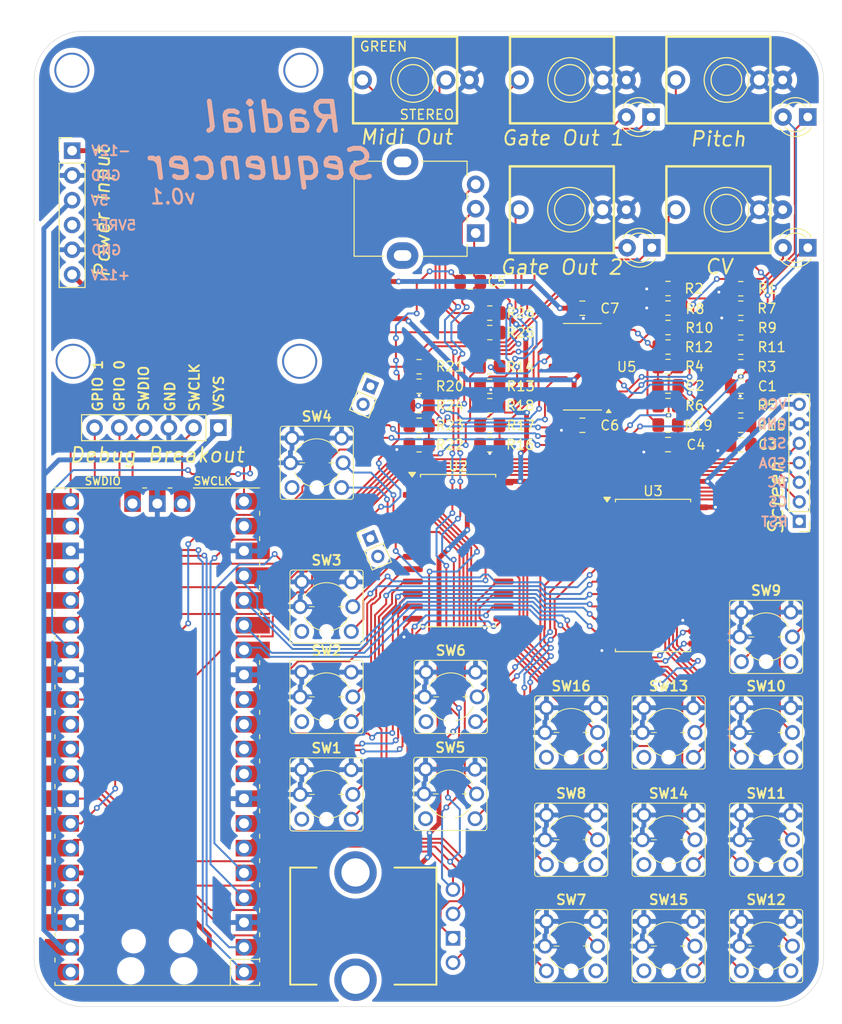
<source format=kicad_pcb>
(kicad_pcb (version 20240108) (generator "pcbnew") (generator_version "8.0")
  (layers (0 "F.Cu" signal) (31 "B.Cu" signal) (34 "B.Paste" user) (35 "F.Paste" user) (36 "B.SilkS" user "B.Silkscreen") (37 "F.SilkS" user "F.Silkscreen") (38 "B.Mask" user) (39 "F.Mask" user) (44 "Edge.Cuts" user))
  (net 0 "")
  (net 1 "GND")
  (net 2 "Net-(C1-Pad1)")
  (net 3 "Net-(C2-Pad1)")
  (net 4 "Net-(C3-Pad1)")
  (net 5 "Net-(C4-Pad1)")
  (net 6 "Pot")
  (net 7 "AGND")
  (net 8 "+12v")
  (net 9 "-12v")
  (net 10 "Pitch Output")
  (net 11 "Net-(D1-K)")
  (net 12 "Net-(D2-K)")
  (net 13 "CV Output")
  (net 14 "Gate Output 1")
  (net 15 "Net-(D3-K)")
  (net 16 "Gate Output 2")
  (net 17 "Net-(D4-K)")
  (net 18 "SWCLK")
  (net 19 "SWDIO")
  (net 20 "GPIO 0")
  (net 21 "GPIO 1")
  (net 22 "VSYS")
  (net 23 "Net-(J2-SIG)")
  (net 24 "Net-(J3-SIG)")
  (net 25 "Net-(J4-SIG)")
  (net 26 "Net-(J5-SIG)")
  (net 27 "Net-(J6-SW)")
  (net 28 "Net-(J6-SIG)")
  (net 30 "Net-(U5A--)")
  (net 31 "Net-(U5B--)")
  (net 32 "Net-(R11-Pad1)")
  (net 33 "Net-(R10-Pad2)")
  (net 34 "Net-(U5C-+)")
  (net 35 "Net-(U5A-+)")
  (net 36 "Net-(U5C--)")
  (net 37 "Net-(R17-Pad2)")
  (net 38 "Net-(U5B-+)")
  (net 39 "Net-(U5D-+)")
  (net 40 "Net-(U5D--)")
  (net 41 "Net-(R23-Pad2)")
  (net 42 "Midi Out")
  (net 43 "3.3v")
  (net 44 "ADC_VREF")
  (net 45 "Switch_LED_16")
  (net 46 "Switch_16")
  (net 47 "Switch_1")
  (net 48 "Switch_LED_1")
  (net 49 "Switch_LED_2")
  (net 50 "Switch_2")
  (net 51 "Switch_LED_3")
  (net 52 "Switch_3")
  (net 53 "Switch_4")
  (net 54 "Switch_LED_4")
  (net 55 "Switch_5")
  (net 56 "Switch_LED_5")
  (net 57 "Switch_6")
  (net 58 "Switch_LED_6")
  (net 59 "Switch_LED_7")
  (net 60 "Switch_7")
  (net 61 "Switch_LED_8")
  (net 62 "Switch_8")
  (net 63 "Switch_9")
  (net 64 "Switch_LED_9")
  (net 65 "Switch_10")
  (net 66 "Switch_LED_10")
  (net 67 "Switch_11")
  (net 68 "Switch_LED_11")
  (net 69 "Switch_LED_12")
  (net 70 "Switch_12")
  (net 71 "Switch_LED_13")
  (net 72 "Switch_13")
  (net 73 "Switch_14")
  (net 74 "Switch_LED_14")
  (net 75 "Switch_LED_15")
  (net 76 "Switch_15")
  (net 77 "Switch_LED_Select_0")
  (net 78 "Screen_SCL")
  (net 79 "Switch_Select_1")
  (net 80 "Switch_Select_0")
  (net 82 "Switch_LED_Select_1")
  (net 83 "Sine_Cosine_Pot_2")
  (net 84 "Screen_SDA")
  (net 86 "Switch_GPIO")
  (net 87 "Switch_LED_GPIO")
  (net 89 "Screen_CS")
  (net 90 "Screen_DC")
  (net 92 "Switch_Select_2")
  (net 93 "Switch_LED_Select_3")
  (net 94 "Screen_Reset")
  (net 95 "Switch_Select_3")
  (net 96 "Sine_Cosine_Pot_A2")
  (net 97 "Switch_LED_Select_2")
  (footprint "Resistor_SMD:R_0805_2012Metric_Pad1.20x1.40mm_HandSolder" (layer "F.Cu") (at 106.25 68.9)
    (property "Reference" "R26")
    (property "Value" "33R")
  )
  (footprint "Resistor_SMD:R_0805_2012Metric_Pad1.20x1.40mm_HandSolder" (layer "F.Cu") (at 106.25 76.4)
    (property "Reference" "R13")
    (property "Value" "RL")
  )
  (footprint "Connector_PinHeader_2.54mm:PinHeader_1x06_P2.54mm_Vertical" (layer "F.Cu") (at 63.4 52.246296)
    (property "Reference" "J7" (hide yes))
    (property "Value" "Conn_01x06_Pin")
  )
  (footprint "Capacitor_SMD:C_0805_2012Metric_Pad1.18x1.45mm_HandSolder" (layer "F.Cu") (at 104.25 65.7)
    (property "Reference" "C5")
    (property "Value" "100nF")
  )
  (footprint "Resistor_SMD:R_0805_2012Metric_Pad1.20x1.40mm_HandSolder" (layer "F.Cu") (at 99 80.4 180)
    (property "Reference" "R23")
    (property "Value" "47k")
  )
  (footprint "MountingHole:MountingHole_3.2mm_M3_Pad_TopBottom" (layer "F.Cu") (at 86.87 44)
    (property "Reference" "REF**" (hide yes))
    (property "Value" "MountingHole_3.2mm_M3_Pad_TopBottom" (hide yes))
  )
  (footprint "Mouser:Low_Profile_LED_Button" (layer "F.Cu") (at 134.6 111.9)
    (property "Reference" "SW10")
    (property "Value" "SW_Push_LED")
  )
  (footprint "Package_SO:SOIC-14_3.9x8.7mm_P1.27mm" (layer "F.Cu") (at 115.75 74.4 180)
    (property "Reference" "U5")
    (property "Value" "TL074")
  )
  (footprint "Resistor_SMD:R_0805_2012Metric_Pad1.20x1.40mm_HandSolder" (layer "F.Cu") (at 124.5375 74.38125 180)
    (property "Reference" "R4")
    (property "Value" "1k")
  )
  (footprint "Mouser:Low_Profile_LED_Button" (layer "F.Cu") (at 88.5 84.25)
    (property "Reference" "SW4")
    (property "Value" "SW_Push_LED")
  )
  (footprint "PCM_4ms_Jack:EighthInch_PJ398SM" (layer "F.Cu") (at 114.498 45)
    (property "Reference" "J4" (hide yes))
    (property "Value" "3.5mm_Mono_Switched_sm" (hide yes))
  )
  (footprint "Mouser:Low_Profile_LED_Button" (layer "F.Cu") (at 124.6 122.9)
    (property "Reference" "SW14")
    (property "Value" "SW_Push_LED")
  )
  (footprint "PCM_4ms_Jack:EighthInch_PJ398SM" (layer "F.Cu") (at 130.542 58.3)
    (property "Reference" "J3" (hide yes))
    (property "Value" "3.5mm_Mono_Switched_sm" (hide yes))
  )
  (footprint "LED_THT:LED_D3.0mm" (layer "F.Cu") (at 122.875 62.2 180)
    (property "Reference" "D4" (hide yes))
    (property "Value" "LED")
  )
  (footprint "Mouser:Low_Profile_LED_Button" (layer "F.Cu") (at 114.6 133.8)
    (property "Reference" "SW7")
    (property "Value" "SW_Push_LED")
  )
  (footprint "Mouser:Low_Profile_LED_Button" (layer "F.Cu") (at 124.6 133.8)
    (property "Reference" "SW15")
    (property "Value" "SW_Push_LED")
  )
  (footprint "LED_THT:LED_D3.0mm" (layer "F.Cu") (at 122.8 48.8 180)
    (property "Reference" "D3" (hide yes))
    (property "Value" "LED")
  )
  (footprint "Capacitor_SMD:C_0805_2012Metric_Pad1.18x1.45mm_HandSolder" (layer "F.Cu") (at 132 82.4 180)
    (property "Reference" "C3")
    (property "Value" "100nF")
  )
  (footprint "Potentiometer_THT:Potentiometer_Alpha_RD901F-40-00D_Single_Vertical" (layer "F.Cu") (at 104.8 60.7 180)
    (property "Reference" "RV1" (hide yes))
    (property "Value" "R_Potentiometer")
  )
  (footprint "Capacitor_SMD:C_0805_2012Metric_Pad1.18x1.45mm_HandSolder" (layer "F.Cu") (at 124.5375 82.38125 180)
    (property "Reference" "C4")
    (property "Value" "100nF")
  )
  (footprint "PCM_4ms_Jack:EighthInch_Stereo_PJ366ST" (layer "F.Cu") (at 98.3972 45)
    (property "Reference" "J6" (hide yes))
    (property "Value" "3.5mm_Stereo_sm" (hide yes))
  )
  (footprint "Resistor_SMD:R_0805_2012Metric_Pad1.20x1.40mm_HandSolder" (layer "F.Cu") (at 124.5375 66.38125 180)
    (property "Reference" "R2")
    (property "Value" "RL")
  )
  (footprint "Mouser:Low_Profile_LED_Button" (layer "F.Cu") (at 114.6 122.9)
    (property "Reference" "SW8")
    (property "Value" "SW_Push_LED")
  )
  (footprint "Resistor_SMD:R_0805_2012Metric_Pad1.20x1.40mm_HandSolder" (layer "F.Cu") (at 106.25 70.9 180)
    (property "Reference" "R25")
    (property "Value" "10R")
  )
  (footprint "PCM_4ms_Jack:EighthInch_PJ398SM" (layer "F.Cu") (at 114.4822 58.3)
    (property "Reference" "J5" (hide yes))
    (property "Value" "3.5mm_Mono_Switched_sm" (hide yes))
  )
  (footprint "Resistor_SMD:R_0805_2012Metric_Pad1.20x1.40mm_HandSolder" (layer "F.Cu") (at 132 66.4 180)
    (property "Reference" "R1")
    (property "Value" "RL")
  )
  (footprint "LED_THT:LED_D3.0mm" (layer "F.Cu") (at 138.875 62.2 180)
    (property "Reference" "D2" (hide yes))
    (property "Value" "LED")
  )
  (footprint "Mouser:Low_Profile_LED_Button" (layer "F.Cu") (at 102.2 118.2)
    (property "Reference" "SW5")
    (property "Value" "SW_Push_LED")
  )
  (footprint "Resistor_SMD:R_0805_2012Metric_Pad1.20x1.40mm_HandSolder" (layer "F.Cu") (at 132 78.4)
    (property "Reference" "R5")
    (property "Value" "1k")
  )
  (footprint "RPi_Pico:RPi_Pico_SMD_TH" (layer "F.Cu") (at 72.14 112.33 180)
    (property "Reference" "U1" (hide yes))
    (property "Value" "Pico")
  )
  (footprint "Mouser:Low_Profile_LED_Button" (layer "F.Cu") (at 124.6 111.9)
    (property "Reference" "SW13")
    (property "Value" "SW_Push_LED")
  )
  (footprint "Capacitor_SMD:C_0805_2012Metric_Pad1.18x1.45mm_HandSolder" (layer "F.Cu") (at 115.75 80.4 180)
    (property "Reference" "C6")
    (property "Value" "100nF")
  )
  (footprint "Capacitor_SMD:C_0805_2012Metric_Pad1.18x1.45mm_HandSolder" (layer "F.Cu") (at 115.75 68.4 180)
    (property "Reference" "C7")
    (property "Value" "100nF")
  )
  (footprint "Resistor_SMD:R_0805_2012Metric_Pad1.20x1.40mm_HandSolder" (layer "F.Cu") (at 99 74.4)
    (property "Reference" "R21")
    (property "Value" "10k")
  )
  (footprint "Package_SO:SOIC-24W_7.5x15.4mm_P1.27mm" (layer "F.Cu") (at 123 95.8)
    (property "Reference" "U3")
    (property "Value" "CD74HC4067M")
  )
  (footprint "Mouser:Low_Profile_LED_Button" (layer "F.Cu") (at 134.6 133.8)
    (property "Reference" "SW12")
    (property "Value" "SW_Push_LED")
  )
  (footprint "Resistor_SMD:R_0805_2012Metric_Pad1.20x1.40mm_HandSolder" (layer "F.Cu") (at 132 80.4 180)
    (property "Reference" "R15")
    (property "Value" "10k")
  )
  (footprint "LED_THT:LED_D3.0mm" (layer "F.Cu") (at 138.875 48.8 180)
    (property "Reference" "D1" (hide yes))
    (property "Value" "LED")
  )
  (footprint "Mouser:Low_Profile_LED_Button" (layer "F.Cu") (at 134.6 102.1)
    (property "Reference" "SW9")
    (property "Value" "SW_Push_LED")
  )
  (footprint "Mouser:Low_Profile_LED_Button" (layer "F.Cu") (at 134.6 122.9)
    (property "Reference" "SW11")
    (property "Value" "SW_Push_LED")
  )
  (footprint "Resistor_SMD:R_0805_2012Metric_Pad1.20x1.40mm_HandSolder" (layer "F.Cu") (at 132 68.4)
    (property "Reference" "R7")
    (property "Value" "68k")
  )
  (footprint "Mouser:Low_Profile_LED_Button" (layer "F.Cu") (at 114.6 111.9)
    (property "Reference" "SW16")
    (property "Value" "SW_Push_LED")
  )
  (footprint "Mouser:Low_Profile_LED_Button" (layer "F.Cu") (at 102.25 108.25)
    (property "Reference" "SW6")
    (property "Value" "SW_Push_LED")
  )
  (footprint "Resistor_SMD:R_0805_2012Metric_Pad1.20x1.40mm_HandSolder" (layer "F.Cu") (at 124.5375 68.38125)
    (property "Reference" "R8")
    (property "Value" "68k")
  )
  (footprint "Resistor_SMD:R_0805_2012Metric_Pad1.20x1.40mm_HandSolder" (layer "F.Cu") (at 124.5375 78.38125)
    (property "Reference" "R6")
    (property "Value" "1k")
  )
  (footprint "Mouser:Low_Profile_LED_Button" (layer "F.Cu") (at 89.5 118.25)
    (property "Reference" "SW1")
    (property "Value" "SW_Push_LED")
  )
  (footprint "Resistor_SMD:R_0805_2012Metric_Pad1.20x1.40mm_HandSolder" (layer "F.Cu") (at 106.25 74.4)
    (property "Reference" "R14")
    (property "Value" "10k")
  )
  (footprint "MountingHole:MountingHole_3.2mm_M3_Pad_TopBottom" (layer "F.Cu") (at 63.375 44)
    (property "Reference" "REF**" (hide yes))
    (property "Value" "MountingHole_3.2mm_M3_Pad_TopBottom" (hide yes))
  )
  (footprint "PCM_4ms_Jack:EighthInch_PJ398SM" (layer "F.Cu") (at 130.542 45)
    (property "Reference" "J2" (hide yes))
    (property "Value" "3.5mm_Mono_Switched_sm" (hide yes))
  )
  (footprint "Capacitor_SMD:C_0805_2012Metric_Pad1.18x1.45mm_HandSolder" (layer "F.Cu") (at 132 76.4)
    (property "Reference" "C1")
    (property "Value" "100nF")
  )
  (footprint "Resistor_SMD:R_0805_2012Metric_Pad1.20x1.40mm_HandSolder" (layer "F.Cu") (at 132 74.4 180)
    (property "Reference" "R3")
    (property "Value" "1k")
  )
  (footprint "Capacitor_SMD:C_0805_2012Metric_Pad1.18x1.45mm_HandSolder" (layer "F.Cu") (at 124.5375 76.38125)
    (property "Reference" "C2")
    (property "Value" "100nF")
  )
  (footprint "Mouser:RV112FF40B115F0B20K0068" (layer "F.Cu") (at 102.475 133 90)
    (property "Reference" "VR1" (hide yes))
    (property "Value" "RV112FF-40B1-15F-0B10K-0068" (hide yes))
  )
  (footprint "Resistor_SMD:R_0805_2012Metric_Pad1.20x1.40mm_HandSolder" (layer "F.Cu") (at 99 82.4)
    (property "Reference" "R22")
    (property "Value" "100k")
  )
  (footprint "Connector_PinHeader_2.00mm:PinHeader_1x02_P2.00mm_Vertical" (layer "F.Cu") (at 94 92 22.5)
    (property "Reference" "J8" (hide yes))
    (property "Value" "Conn_01x02_Pin")
  )
  (footprint "Resistor_SMD:R_0805_2012Metric_Pad1.20x1.40mm_HandSolder" (layer "F.Cu") (at 132 72.4)
    (property "Reference" "R11")
    (property "Value" "1k")
  )
  (footprint "Resistor_SMD:R_0805_2012Metric_Pad1.20x1.40mm_HandSolder" (layer "F.Cu") (at 132 70.4)
    (property "Reference" "R9")
    (property "Value" "100k")
  )
  (footprint "Connector_PinHeader_2.54mm:PinHeader_1x06_P2.54mm_Vertical" (layer "F.Cu") (at 78.4 80.65 -90)
    (property "Reference" "J1" (hide yes))
    (property "Value" "Conn_01x06_Pin")
  )
  (footprint "Mouser:Low_Profile_LED_Button" (layer "F.Cu") (at 89.5 108.25)
    (property "Reference" "SW2")
    (property "Value" "SW_Push_LED")
  )
  (footprint "Resistor_SMD:R_0805_2012Metric_Pad1.20x1.40mm_HandSolder" (layer "F.Cu") (at 124.5375 72.38125)
    (property "Reference" "R12")
    (property "Value" "1k")
  )
  (footprint "Resistor_SMD:R_0805_2012Metric_Pad1.20x1.40mm_HandSolder" (layer "F.Cu") (at 99 78.4 180)
    (property "Reference" "R24")
    (property "Value" "1k")
  )
  (footprint "Resistor_SMD:R_0805_2012Metric_Pad1.20x1.40mm_HandSolder" (layer "F.Cu") (at 106.25 80.4 180)
    (property "Reference" "R17")
    (property "Value" "47k")
  )
  (footprint "Connector_PinHeader_2.00mm:PinHeader_1x07_P2.00mm_Vertical" (layer "F.Cu") (at 138 90.25 180)
    (property "Reference" "U4" (hide yes))
    (property "Value" "~")
  )
  (footprint "Resistor_SMD:R_0805_2012Metric_Pad1.20x1.40mm_HandSolder" (layer "F.Cu") (at 106.25 82.4)
    (property "Reference" "R16")
    (property "Value" "100k")
  )
  (footprint "Connector_PinHeader_2.00mm:PinHeader_1x02_P2.00mm_Vertical" (layer "F.Cu") (at 94.015367 76.402241 -22.5)
    (property "Reference" "J9" (hide yes))
    (property "Value" "Conn_01x02_Pin")
  )
  (footprint "Mouser:Low_Profile_LED_Button" (layer "F.Cu") (at 89.5 99)
    (property "Reference" "SW3")
    (property "Value" "SW_Push_LED")
  )
  (footprint "Resistor_SMD:R_0805_2012Metric_Pad1.20x1.40mm_HandSolder" (layer "F.Cu") (at 124.5375 80.38125 180)
    (property "Reference" "R19")
    (property "Value" "10k")
  )
  (footprint "Resistor_SMD:R_0805_2012Metric_Pad1.20x1.40mm_HandSolder" (layer "F.Cu") (at 99 76.4)
    (property "Reference" "R20")
    (property "Value" "RL")
  )
  (footprint "Resistor_SMD:R_0805_2012Metric_Pad1.20x1.40mm_HandSolder" (layer "F.Cu") (at 106.25 78.4 180)
    (property "Reference" "R18")
    (property "Value" "1k")
  )
  (footprint "MountingHole:MountingHole_3.2mm_M3_Pad_TopBottom" (layer "F.Cu") (at 86.743 73.845)
    (property "Reference" "REF**" (hide yes))
    (property "Value" "MountingHole_3.2mm_M3_Pad_TopBottom" (hide yes))
  )
  (footprint "Package_SO:SOIC-24W_7.5x15.4mm_P1.27mm" (layer "F.Cu") (at 103 93.25)
    (property "Reference" "U2")
    (property "Value" "CD74HC4067M")
  )
  (footprint "Resistor_SMD:R_0805_2012Metric_Pad1.20x1.40mm_HandSolder" (layer "F.Cu") (at 124.5375 70.38125)
    (property "Reference" "R10")
    (property "Value" "100k")
  )
  (footprint "MountingHole:MountingHole_3.2mm_M3_Pad_TopBottom" (layer "B.Cu") (at 63.502 73.845 180)
    (property "Reference" "REF**" (hide yes))
    (property "Value" "MountingHole_3.2mm_M3_Pad_TopBottom" (hide yes))
  )
  (gr_arc (start 140.5 135) (mid 139.035534 138.535534) (end 135.5 140) (stroke (width 0.05)) (layer "Edge.Cuts"))
  (gr_arc (start 64.5 140) (mid 60.964466 138.535534) (end 59.5 135) (stroke (width 0.05)) (layer "Edge.Cuts"))
  (gr_arc (start 135.5 40) (mid 139.035534 41.464466) (end 140.5 45) (stroke (width 0.05)) (layer "Edge.Cuts"))
  (gr_arc (start 59.5 45) (mid 60.964466 41.464466) (end 64.5 40) (stroke (width 0.05)) (layer "Edge.Cuts"))
  (gr_line (start 135.5 140) (end 64.5 140) (stroke (width 0.05)) (layer "Edge.Cuts"))
  (gr_line (start 59.5 135) (end 59.5 45) (stroke (width 0.05)) (layer "Edge.Cuts"))
  (gr_line (start 140.5 45) (end 140.5 135) (stroke (width 0.05)) (layer "Edge.Cuts"))
  (gr_line (start 64.5 40) (end 135.5 40) (stroke (width 0.05)) (layer "Edge.Cuts"))
  (gr_text "DC" (at 136.85 86.25 0) (layer "B.SilkS") (effects (font (size 1 1) (thickness 0.2) (bold yes)) (justify left mirror)))
  (gr_text "-12V" (at 65.25 52.25 0) (layer "B.SilkS") (effects (font (size 1 1) (thickness 0.2) (bold yes)) (justify right mirror)))
  (gr_text "RST" (at 136.95 90.3 0) (layer "B.SilkS") (effects (font (size 1 1) (thickness 0.2) (bold yes)) (justify left mirror)))
  (gr_text "GND" (at 65.25 62.45 0) (layer "B.SilkS") (effects (font (size 1 1) (thickness 0.2) (bold yes)) (justify right mirror)))
  (gr_text "+12V" (at 65.2 65 0) (layer "B.SilkS") (effects (font (size 1 1) (thickness 0.2) (bold yes)) (justify right mirror)))
  (gr_text "5VREF" (at 65.25 59.9 0) (layer "B.SilkS") (effects (font (size 1 1) (thickness 0.2) (bold yes)) (justify right mirror)))
  (gr_text "5V" (at 65.2 57.35 0) (layer "B.SilkS") (effects (font (size 1 1) (thickness 0.2) (bold yes)) (justify right mirror)))
  (gr_text "SCL" (at 136.8 82.25 0) (layer "B.SilkS") (effects (font (size 1 1) (thickness 0.2) (bold yes)) (justify left mirror)))
  (gr_text "v0.1" (at 73.8 56.975 0) (layer "B.SilkS") (effects (font (size 1.5 1.5) (thickness 0.25) (italic yes)) (justify mirror)))
  (gr_text "SDA" (at 136.8 84.3 0) (layer "B.SilkS") (effects (font (size 1 1) (thickness 0.2) (bold yes)) (justify left mirror)))
  (gr_text "Radial \nSequencer" (at 82.9 51.225 0) (layer "B.SilkS") (effects (font (size 3 3) (thickness 0.5) (bold yes) (italic yes)) (justify mirror)))
  (gr_text "CS" (at 136.9 88.25 0) (layer "B.SilkS") (effects (font (size 1 1) (thickness 0.2) (bold yes)) (justify left mirror)))
  (gr_text "VCC" (at 136.85 78.25 0) (layer "B.SilkS") (effects (font (size 1 1) (thickness 0.2) (bold yes)) (justify left mirror)))
  (gr_text "GND" (at 65.2 54.8 0) (layer "B.SilkS") (effects (font (size 1 1) (thickness 0.2) (bold yes)) (justify right mirror)))
  (gr_text "GND" (at 136.85 80.25 0) (layer "B.SilkS") (effects (font (size 1 1) (thickness 0.2) (bold yes)) (justify left mirror)))
  (gr_text "SWDIO" (at 70.75 79.07 90) (layer "F.SilkS") (effects (font (size 1 1) (thickness 0.2) (bold yes)) (justify left)))
  (gr_text "Debug Breakout" (at 72.1 83.45 0) (layer "F.SilkS") (effects (font (size 1.5 1.5) (thickness 0.2) (bold yes) (italic yes))))
  (gr_text "VSYS" (at 78.45 79.07 90) (layer "F.SilkS") (effects (font (size 1 1) (thickness 0.2) (bold yes)) (justify left)))
  (gr_text "Midi Out" (at 97.7 50.85 0) (layer "F.SilkS") (effects (font (size 1.5 1.5) (thickness 0.2) (bold yes) (italic yes))))
  (gr_text "GPIO 0" (at 68.25 79.1 90) (layer "F.SilkS") (effects (font (size 1 1) (thickness 0.2) (bold yes)) (justify left)))
  (gr_text "Power Input" (at 66.5 58.55 90) (layer "F.SilkS") (effects (font (size 1.5 1.5) (thickness 0.2) (bold yes) (italic yes))))
  (gr_text "CV" (at 129.75 64.15 0) (layer "F.SilkS") (effects (font (size 1.5 1.5) (thickness 0.2) (bold yes) (italic yes))))
  (gr_text "Screen" (at 135.6 87.8 90) (layer "F.SilkS") (effects (font (size 1.5 1.5) (thickness 0.2) (bold yes) (italic yes))))
  (gr_text "GPIO 1" (at 66.025 79.1 90) (layer "F.SilkS") (effects (font (size 1 1) (thickness 0.2) (bold yes)) (justify left)))
  (gr_text "Pitch" (at 129.7 51.05 0) (layer "F.SilkS") (effects (font (size 1.5 1.5) (thickness 0.2) (bold yes) (italic yes))))
  (gr_text "Gate Out 1" (at 113.75 50.95 0) (layer "F.SilkS") (effects (font (size 1.5 1.5) (thickness 0.2) (bold yes) (italic yes))))
  (gr_text "Gate Out 2\n" (at 113.6 64.2 0) (layer "F.SilkS") (effects (font (size 1.5 1.5) (thickness 0.2) (bold yes) (italic yes))))
  (gr_text "SWCLK" (at 75.95 79.1 90) (layer "F.SilkS") (effects (font (size 1 1) (thickness 0.2) (bold yes)) (justify left)))
  (gr_text "GND" (at 73.45 79.1 90) (layer "F.SilkS") (effects (font (size 1 1) (thickness 0.2) (bold yes)) (justify left)))
  (segment (start 115.85 69.45) (end 116.7875 68.5125) (width 0.2) (layer "F.Cu") (net 1))
  (segment (start 126.05 100.399265) (end 127.495735 100.399265) (width 0.2) (layer "F.Cu") (net 1))
  (segment (start 107.25 76.4) (end 107.1816 76.4) (width 0.2) (layer "F.Cu") (net 1))
  (segment (start 97.45 102.108) (end 97.45 101.135) (width 0.2) (layer "F.Cu") (net 1))
  (segment (start 99 77.35) (end 99.05 77.35) (width 0.2) (layer "F.Cu") (net 1))
  (segment (start 132.95 76.4) (end 133.0375 76.4) (width 0.2) (layer "F.Cu") (net 1))
  (segment (start 107.1816 76.4) (end 106.7816 76.8) (width 0.2) (layer "F.Cu") (net 1))
  (segment (start 122.05 83.15) (end 122.73125 83.15) (width 0.2) (layer "F.Cu") (net 1))
  (segment (start 105.724265 100.690572) (end 105.2 100.166307) (width 0.2) (layer "F.Cu") (net 1))
  (segment (start 127.495735 100.399265) (end 127.65 100.245) (width 0.2) (layer "F.Cu") (net 1))
  (segment (start 126.6375 77.896506) (end 126.6375 78.080337) (width 0.2) (layer "F.Cu") (net 1))
  (segment (start 96.708527 82.89) (end 97.51 82.89) (width 0.2) (layer "F.Cu") (net 1))
  (segment (start 117.75 103.385) (end 118.35 102.785) (width 0.2) (layer "F.Cu") (net 1))
  (segment (start 105.2 100.166307) (end 105.2 99.120001) (width 0.2) (layer "F.Cu") (net 1))
  (segment (start 130.65 66.75) (end 131 66.4) (width 0.2) (layer "F.Cu") (net 1))
  (segment (start 130.25 82.4) (end 130.9625 82.4) (width 0.2) (layer "F.Cu") (net 1))
  (segment (start 125.575 76.834006) (end 126.6375 77.896506) (width 0.2) (layer "F.Cu") (net 1))
  (segment (start 106.9 76.75) (end 107.25 76.4) (width 0.2) (layer "F.Cu") (net 1))
  (segment (start 116.7875 68.5125) (end 116.7875 68.4) (width 0.2) (layer "F.Cu") (net 1))
  (segment (start 130.05 69.4) (end 130.05 69.35) (width 0.2) (layer "F.Cu") (net 1))
  (segment (start 105.36 82.4) (end 106.25 83.29) (width 0.2) (layer "F.Cu") (net 1))
  (segment (start 129.65 83) (end 130.25 82.4) (width 0.2) (layer "F.Cu") (net 1))
  (segment (start 129.75 66.75) (end 130.65 66.75) (width 0.2) (layer "F.Cu") (net 1))
  (segment (start 122.73125 83.15) (end 123.5 82.38125) (width 0.2) (layer "F.Cu") (net 1))
  (segment (start 106.625001 97.695) (end 107.65 97.695) (width 0.2) (layer "F.Cu") (net 1))
  (segment (start 99.05 77.35) (end 100 76.4) (width 0.2) (layer "F.Cu") (net 1))
  (segment (start 113.6 80.915) (end 114.115 80.4) (width 0.2) (layer "F.Cu") (net 1))
  (segment (start 131.95 77.4) (end 132.95 76.4) (width 0.2) (layer "F.Cu") (net 1))
  (segment (start 114.115 80.4) (end 114.7125 80.4) (width 0.2) (layer "F.Cu") (net 1))
  (segment (start 105.724265 101.175735) (end 105.724265 100.690572) (width 0.2) (layer "F.Cu") (net 1))
  (segment (start 122.35 68.38125) (end 123.5375 68.38125) (width 0.2) (layer "F.Cu") (net 1))
  (segment (start 122.35 66.421) (end 123.49775 66.421) (width 0.2) (layer "F.Cu") (net 1))
  (segment (start 105.25 82.4) (end 105.36 82.4) (width 0.2) (layer "F.Cu") (net 1))
  (segment (start 97.51 82.89) (end 98 82.4) (width 0.2) (layer "F.Cu") (net 1))
  (segment (start 123.49775 66.421) (end 123.5375 66.38125) (width 0.2) (layer "F.Cu") (net 1))
  (segment (start 106.35 76.75) (end 106.9 76.75) (width 0.2) (layer "F.Cu") (net 1))
  (segment (start 97.45 101.135) (end 98.35 100.235) (width 0.2) (layer "F.Cu") (net 1))
  (segment (start 105.2 99.120001) (end 106.625001 97.695) (width 0.2) (layer "F.Cu") (net 1))
  (segment (start 125.575 76.38125) (end 125.575 76.834006) (width 0.2) (layer "F.Cu") (net 1))
  (segment (start 117.75 103.5) (end 117.75 103.385) (width 0.2) (layer "F.Cu") (net 1))
  (segment (start 130.05 69.35) (end 131 68.4) (width 0.2) (layer "F.Cu") (net 1))
  (via (at 96.708527 82.89) (size 0.6) (drill 0.3) (layers "F.Cu" "B.Cu") (net 1))
  (via (at 106.25 83.29) (size 0.6) (drill 0.3) (layers "F.Cu" "B.Cu") (net 1))
  (via (at 99 77.35) (size 0.6) (drill 0.3) (layers "F.Cu" "B.Cu") (net 1))
  (via (at 130.05 69.4) (size 0.6) (drill 0.3) (layers "F.Cu" "B.Cu") (net 1))
  (via (at 113.6 80.915) (size 0.6) (drill 0.3) (layers "F.Cu" "B.Cu") (net 1))
  (via (at 126.05 100.399265) (size 0.6) (drill 0.3) (layers "F.Cu" "B.Cu") (net 1))
  (via (at 97.45 102.108) (size 0.6) (drill 0.3) (layers "F.Cu" "B.Cu") (net 1))
  (via (at 122.35 66.421) (size 0.6) (drill 0.3) (layers "F.Cu" "B.Cu") (net 1))
  (via (at 129.65 83) (size 0.6) (drill 0.3) (layers "F.Cu" "B.Cu") (net 1))
  (via (at 115.85 69.45) (size 0.6) (drill 0.3) (layers "F.Cu" "B.Cu") (net 1))
  (via (at 122.35 68.38125) (size 0.6) (drill 0.3) (layers "F.Cu" "B.Cu") (net 1))
  (via (at 122.05 83.15) (size 0.6) (drill 0.3) (layers "F.Cu" "B.Cu") (net 1))
  (via (at 129.75 66.75) (size 0.6) (drill 0.3) (layers "F.Cu" "B.Cu") (net 1))
  (via (at 126.6375 78.080337) (size 0.6) (drill 0.3) (layers "F.Cu" "B.Cu") (net 1))
  (via (at 105.724265 101.175735) (size 0.6) (drill 0.3) (layers "F.Cu" "B.Cu") (net 1))
  (via (at 106.35 76.75) (size 0.6) (drill 0.3) (layers "F.Cu" "B.Cu") (net 1))
  (via (at 117.75 103.5) (size 0.6) (drill 0.3) (layers "F.Cu" "B.Cu") (net 1))
  (via (at 131.95 77.4) (size 0.6) (drill 0.3) (layers "F.Cu" "B.Cu") (net 1))
  (segment (start 131 77.9) (end 130.9625 77.8625) (width 0.2) (layer "F.Cu") (net 2))
  (segment (start 130.9625 77.8625) (end 130.9625 76.4) (width 0.2) (layer "F.Cu") (net 2))
  (segment (start 130.9625 75.9375) (end 131 75.9) (width 0.2) (layer "F.Cu") (net 2))
  (segment (start 130.9625 76.4) (end 130.9625 75.9375) (width 0.2) (layer "F.Cu") (net 2))
  (segment (start 131 78.4) (end 131 77.9) (width 0.2) (layer "F.Cu") (net 2))
  (segment (start 131 75.9) (end 131 74.4) (width 0.2) (layer "F.Cu") (net 2))
  (segment (start 123.5 74.41875) (end 123.5375 74.38125) (width 0.2) (layer "F.Cu") (net 3))
  (segment (start 123.5375 76.41875) (end 123.5 76.38125) (width 0.2) (layer "F.Cu") (net 3))
  (segment (start 123.5 76.38125) (end 123.5 74.41875) (width 0.2) (layer "F.Cu") (net 3))
  (segment (start 123.5375 78.38125) (end 123.5375 76.41875) (width 0.2) (layer "F.Cu") (net 3))
  (segment (start 133 80.4) (end 133 78.4) (width 0.2) (layer "F.Cu") (net 4))
  (segment (start 133.0375 80.4375) (end 133 80.4) (width 0.2) (layer "F.Cu") (net 4))
  (segment (start 133.0375 82.4) (end 133.0375 80.4375) (width 0.2) (layer "F.Cu") (net 4))
  (segment (start 125.5375 80.38125) (end 125.5375 78.38125) (width 0.2) (layer "F.Cu") (net 5))
  (segment (start 125.575 82.38125) (end 125.575 80.41875) (width 0.2) (layer "F.Cu") (net 5))
  (segment (start 125.575 80.41875) (end 125.5375 80.38125) (width 0.2) (layer "F.Cu") (net 5))
  (segment (start 96.9168 81.8332) (end 96.9168 75.2444) (width 0.2) (layer "F.Cu") (net 6))
  (segment (start 98.7552 65.948) (end 100.0856 64.6176) (width 0.2) (layer "F.Cu") (net 6))
  (segment (start 88.022 95.8232) (end 95.0976 88.7476) (width 0.2) (layer "F.Cu") (net 6))
  (segment (start 83.98 102.05) (end 83.98 100.062105) (width 0.2) (layer "F.Cu") (net 6))
  (segment (start 88.022 96.899895) (end 88.022 95.8232) (width 0.2) (layer "F.Cu") (net 6))
  (segment (start 86.520105 97.522) (end 87.399895 97.522) (width 0.2) (layer "F.Cu") (net 6))
  (segment (start 96.6216 73.7616) (end 96.6216 71.466) (width 0.2) (layer "F.Cu") (net 6))
  (segment (start 94.870456 83.879544) (end 96.9168 81.8332) (width 0.2) (layer "F.Cu") (net 6))
  (segment (start 103.378 59.622) (end 104.8 58.2) (width 0.2) (layer "F.Cu") (net 6))
  (segment (start 87.399895 97.522) (end 88.022 96.899895) (width 0.2) (layer "F.Cu") (net 6))
  (segment (start 96.9168 75.2444) (end 96.6724 75) (width 0.2) (layer "F.Cu") (net 6))
  (segment (start 98.7552 68.9356) (end 98.7552 65.948) (width 0.2) (layer "F.Cu") (net 6))
  (segment (start 103.2125 65.7) (end 103.378 65.5345) (width 0.2) (layer "F.Cu") (net 6))
  (segment (start 83.98 100.062105) (end 86.520105 97.522) (width 0.2) (layer "F.Cu") (net 6))
  (segment (start 102.292 64.7795) (end 103.2125 65.7) (width 0.2) (layer "F.Cu") (net 6))
  (segment (start 67.818 114.352) (end 80.12 102.05) (width 0.2) (layer "F.Cu") (net 6))
  (segment (start 94.870456 84.304056) (end 94.870456 83.879544) (width 0.2) (layer "F.Cu") (net 6))
  (segment (start 64.3524 121.22) (end 65.9384 119.634) (width 0.2) (layer "F.Cu") (net 6))
  (segment (start 80.12 102.05) (end 83.98 102.05) (width 0.2) (layer "F.Cu") (net 6))
  (segment (start 102.292 64.7) (end 102.292 64.7795) (width 0.2) (layer "F.Cu") (net 6))
  (segment (start 63.25 121.22) (end 64.3524 121.22) (width 0.2) (layer "F.Cu") (net 6))
  (segment (start 103.378 65.5345) (end 103.378 59.622) (width 0.2) (layer "F.Cu") (net 6))
  (segment (start 67.818 117.6528) (end 67.818 114.352) (width 0.2) (layer "F.Cu") (net 6))
  (via (at 98.7552 68.9356) (size 0.6) (drill 0.3) (layers "F.Cu" "B.Cu") (net 6))
  (via (at 96.6216 73.7616) (size 0.6) (drill 0.3) (layers "F.Cu" "B.Cu") (net 6))
  (via (at 96.6724 75) (size 0.6) (drill 0.3) (layers "F.Cu" "B.Cu") (net 6))
  (via (at 65.9384 119.634) (size 0.6) (drill 0.3) (layers "F.Cu" "B.Cu") (net 6))
  (via (at 102.292 64.7) (size 0.6) (drill 0.3) (layers "F.Cu" "B.Cu") (net 6))
  (via (at 67.818 117.6528) (size 0.6) (drill 0.3) (layers "F.Cu" "B.Cu") (net 6))
  (via (at 96.6216 71.466) (size 0.6) (drill 0.3) (layers "F.Cu" "B.Cu") (net 6))
  (via (at 94.870456 84.304056) (size 0.6) (drill 0.3) (layers "F.Cu" "B.Cu") (net 6))
  (via (at 100.0856 64.6176) (size 0.6) (drill 0.3) (layers "F.Cu" "B.Cu") (net 6))
  (via (at 95.0976 88.7476) (size 0.6) (drill 0.3) (layers "F.Cu" "B.Cu") (net 6))
  (segment (start 98.7552 68.9356) (end 97.855871 68.9356) (width 0.2) (layer "B.Cu") (net 6))
  (segment (start 97.0788 87.0204) (end 97.0788 87.691129) (width 0.2) (layer "B.Cu") (net 6))
  (segment (start 96.6724 73.8124) (end 96.6216 73.7616) (width 0.2) (layer "B.Cu") (net 6))
  (segment (start 97.855871 68.9356) (end 96.6216 70.169871) (width 0.2) (layer "B.Cu") (net 6))
  (segment (start 94.870456 84.304056) (end 94.870456 84.812056) (width 0.2) (layer "B.Cu") (net 6))
  (segment (start 96.6216 70.169871) (end 96.6216 71.466) (width 0.2) (layer "B.Cu") (net 6))
  (segment (start 102.292 64.7) (end 102.2096 64.6176) (width 0.2) (layer "B.Cu") (net 6))
  (segment (start 97.0788 87.691129) (end 96.022329 88.7476) (width 0.2) (layer "B.Cu") (net 6))
  (segment (start 94.870456 84.812056) (end 97.0788 87.0204) (width 0.2) (layer "B.Cu") (net 6))
  (segment (start 65.9384 119.634) (end 67.818 117.7544) (width 0.2) (layer "B.Cu") (net 6))
  (segment (start 102.2096 64.6176) (end 100.0856 64.6176) (width 0.2) (layer "B.Cu") (net 6))
  (segment (start 96.6724 75) (end 96.6724 73.8124) (width 0.2) (layer "B.Cu") (net 6))
  (segment (start 96.022329 88.7476) (end 95.0976 88.7476) (width 0.2) (layer "B.Cu") (net 6))
  (segment (start 67.818 117.7544) (end 67.818 117.6528) (width 0.2) (layer "B.Cu") (net 6))
  (segment (start 103.886 68.3) (end 103.4235 67.8375) (width 0.2) (layer "F.Cu") (net 7))
  (segment (start 104.648 65.0605) (end 104.648 60.852) (width 0.2) (layer "F.Cu") (net 7))
  (segment (start 101.2 131.725) (end 101.2 130.1) (width 0.2) (layer "F.Cu") (net 7))
  (segment (start 102.1 129.2) (end 103 129.2) (width 0.2) (layer "F.Cu") (net 7))
  (segment (start 103.032 73.492474) (end 103.446829 73.077645) (width 0.2) (layer "F.Cu") (net 7))
  (segment (start 103.2256 89.726574) (end 103.2256 86.1568) (width 0.2) (layer "F.Cu") (net 7))
  (segment (start 103.525 128.675) (end 103.525 126.4866) (width 0.2) (layer "F.Cu") (net 7))
  (segment (start 103.4235 67.8375) (end 103.4235 67.564) (width 0.2) (layer "F.Cu") (net 7))
  (segment (start 77.6 130.1) (end 66.18 118.68) (width 0.2) (layer "F.Cu") (net 7))
  (segment (start 103.0828 109.397072) (end 102.5652 108.879472) (width 0.2) (layer "F.Cu") (net 7))
  (segment (start 102.978487 89.973687) (end 103.2256 89.726574) (width 0.2) (layer "F.Cu") (net 7))
  (segment (start 83.75 130.1) (end 77.6 130.1) (width 0.2) (layer "F.Cu") (net 7))
  (segment (start 102.5652 108.879472) (end 102.5652 94.1832) (width 0.2) (layer "F.Cu") (net 7))
  (segment (start 104.648 60.852) (end 104.8 60.7) (width 0.2) (layer "F.Cu") (net 7))
  (segment (start 103.032 83.0676) (end 103.032 73.492474) (width 0.2) (layer "F.Cu") (net 7))
  (segment (start 105.2875 65.7) (end 104.648 65.0605) (width 0.2) (layer "F.Cu") (net 7))
  (segment (start 103 129.2) (end 103.525 128.675) (width 0.2) (layer "F.Cu") (net 7))
  (segment (start 101.9556 118.5672) (end 101.9556 112.3552) (width 0.2) (layer "F.Cu") (net 7))
  (segment (start 102.475 133) (end 101.2 131.725) (width 0.2) (layer "F.Cu") (net 7))
  (segment (start 102.5652 94.1832) (end 102.5432 94.1832) (width 0.2) (layer "F.Cu") (net 7))
  (segment (start 103.525 126.4866) (end 100.6384 123.6) (width 0.2) (layer "F.Cu") (net 7))
  (segment (start 101.2 130.1) (end 102.1 129.2) (width 0.2) (layer "F.Cu") (net 7))
  (segment (start 101.9556 112.3552) (end 102.5 111.8108) (width 0.2) (layer "F.Cu") (net 7))
  (segment (start 100.6384 123.6) (end 90.25 123.6) (width 0.2) (layer "F.Cu") (net 7))
  (segment (start 103.4235 67.564) (end 105.2875 65.7) (width 0.2) (layer "F.Cu") (net 7))
  (segment (start 90.25 123.6) (end 83.75 130.1) (width 0.2) (layer "F.Cu") (net 7))
  (segment (start 103.2256 83.2612) (end 103.032 83.0676) (width 0.2) (layer "F.Cu") (net 7))
  (segment (start 66.18 118.68) (end 63.25 118.68) (width 0.2) (layer "F.Cu") (net 7))
  (via (at 103.0828 109.397072) (size 0.6) (drill 0.3) (layers "F.Cu" "B.Cu") (net 7))
  (via (at 103.2256 86.1568) (size 0.6) (drill 0.3) (layers "F.Cu" "B.Cu") (net 7))
  (via (at 102.5432 94.1832) (size 0.6) (drill 0.3) (layers "F.Cu" "B.Cu") (net 7))
  (via (at 103.446829 73.077645) (size 0.6) (drill 0.3) (layers "F.Cu" "B.Cu") (net 7))
  (via (at 102.978487 89.973687) (size 0.6) (drill 0.3) (layers "F.Cu" "B.Cu") (net 7))
  (via (at 102.5 111.8108) (size 0.6) (drill 0.3) (layers "F.Cu" "B.Cu") (net 7))
  (via (at 102.1842 125.1458) (size 0.6) (drill 0.3) (layers "F.Cu" "B.Cu") (net 7))
  (via (at 103.2256 83.2612) (size 0.6) (drill 0.3) (layers "F.Cu" "B.Cu") (net 7))
  (via (at 101.9556 118.5672) (size 0.6) (drill 0.3) (layers "F.Cu" "B.Cu") (net 7))
  (via (at 103.886 68.3) (size 0.6) (drill 0.3) (layers "F.Cu" "B.Cu") (net 7))
  (segment (start 103.0828 109.397072) (end 103.1 109.414272) (width 0.2) (layer "B.Cu") (net 7))
  (segment (start 102.3112 71.695871) (end 103.446829 72.8315) (width 0.2) (layer "B.Cu") (net 7))
  (segment (start 103.1 111.2108) (end 102.5 111.8108) (width 0.2) (layer "B.Cu") (net 7))
  (segment (start 102.189083 94.1832) (end 101.363206 93.357323) (width 0.2) (layer "B.Cu") (net 7))
  (segment (start 103.886 68.3) (end 102.3112 69.8748) (width 0.2) (layer "B.Cu") (net 7))
  (segment (start 101.363206 91.588968) (end 102.978487 89.973687) (width 0.2) (layer "B.Cu") (net 7))
  (segment (start 102.3112 69.8748) (end 102.3112 71.695871) (width 0.2) (layer "B.Cu") (net 7))
  (segment (start 102.5432 94.1832) (end 102.189083 94.1832) (width 0.2) (layer "B.Cu") (net 7))
  (segment (start 101.363206 93.357323) (end 101.363206 91.588968) (width 0.2) (layer "B.Cu") (net 7))
  (segment (start 103.1 109.414272) (end 103.1 111.2108) (width 0.2) (layer "B.Cu") (net 7))
  (segment (start 103.446829 72.8315) (end 103.446829 73.077645) (width 0.2) (layer "B.Cu") (net 7))
  (segment (start 103.1748 119.7864) (end 101.9556 118.5672) (width 0.2) (layer "B.Cu") (net 7))
  (segment (start 103.1748 124.1552) (end 103.1748 119.7864) (width 0.2) (layer "B.Cu") (net 7))
  (segment (start 103.2256 86.1568) (end 103.2256 83.2612) (width 0.2) (layer "B.Cu") (net 7))
  (segment (start 102.1842 125.1458) (end 103.1748 124.1552) (width 0.2) (layer "B.Cu") (net 7))
  (segment (start 114.9 75.75) (end 116.25 74.4) (width 0.5) (layer "F.Cu") (net 8))
  (segment (start 67.922704 69.469) (end 63.4 64.946296) (width 0.5) (layer "F.Cu") (net 8))
  (segment (start 97.663 69.469) (end 67.922704 69.469) (width 0.5) (layer "F.Cu") (net 8))
  (segment (start 116.25 74.4) (end 118.225 74.4) (width 0.5) (layer "F.Cu") (net 8))
  (segment (start 114.9 75.75) (end 114.9 78.5125) (width 0.5) (layer "F.Cu") (net 8))
  (segment (start 97.917 69.723) (end 97.663 69.469) (width 0.5) (layer "F.Cu") (net 8))
  (segment (start 114.9 78.5125) (end 116.7875 80.4) (width 0.5) (layer "F.Cu") (net 8))
  (via (at 114.9 75.75) (size 0.6) (drill 0.3) (layers "F.Cu" "B.Cu") (net 8))
  (via (at 97.917 69.723) (size 0.6) (drill 0.3) (layers "F.Cu" "B.Cu") (net 8))
  (segment (start 103.9368 75.7428) (end 97.917 69.723) (width 0.5) (layer "B.Cu") (net 8))
  (segment (start 114.9 75.75) (end 114.8928 75.7428) (width 0.5) (layer "B.Cu") (net 8))
  (segment (start 114.8928 75.7428) (end 103.9368 75.7428) (width 0.5) (layer "B.Cu") (net 8))
  (segment (start 72.058296 52.246296) (end 63.4 52.246296) (width 0.5) (layer "F.Cu") (net 9))
  (segment (start 114.85 73.799999) (end 114.249999 74.4) (width 0.5) (layer "F.Cu") (net 9))
  (segment (start 114.249999 74.4) (end 113.275 74.4) (width 0.5) (layer "F.Cu") (net 9))
  (segment (start 114.85 68.5375) (end 114.85 73.799999) (width 0.5) (layer "F.Cu") (net 9))
  (segment (start 114.7125 68.4) (end 114.85 68.5375) (width 0.5) (layer "F.Cu") (net 9))
  (segment (start 85.471 65.659) (end 72.058296 52.246296) (width 0.5) (layer "F.Cu") (net 9))
  (segment (start 113.45 68.4) (end 114.7125 68.4) (width 0.5) (layer "F.Cu") (net 9))
  (segment (start 96.901 65.659) (end 85.471 65.659) (width 0.5) (layer "F.Cu") (net 9))
  (via (at 113.45 68.4) (size 0.6) (drill 0.3) (layers "F.Cu" "B.Cu") (net 9))
  (via (at 96.901 65.659) (size 0.6) (drill 0.3) (layers "F.Cu" "B.Cu") (net 9))
  (segment (start 113.45 68.4) (end 110.709 65.659) (width 0.5) (layer "B.Cu") (net 9))
  (segment (start 110.709 65.659) (end 96.901 65.659) (width 0.5) (layer "B.Cu") (net 9))
  (segment (start 135.390607 72.009393) (end 135.390607 66.302607) (width 0.2) (layer "F.Cu") (net 10))
  (segment (start 111.1504 82.423) (end 119.761 82.423) (width 0.2) (layer "F.Cu") (net 10))
  (segment (start 94.0816 81.6864) (end 92.878 82.89) (width 0.2) (layer "F.Cu") (net 10))
  (segment (start 87.022 86.714) (end 87.022 87.229895) (width 0.2) (layer "F.Cu") (net 10))
  (segment (start 132 75.4) (end 133 74.4) (width 0.2) (layer "F.Cu") (net 10))
  (segment (start 87.022 87.229895) (end 84.661895 89.59) (width 0.2) (layer "F.Cu") (net 10))
  (segment (start 78.304 89.59) (end 75.311 92.583) (width 0.2) (layer "F.Cu") (net 10))
  (segment (start 133 74.4) (end 135.390607 72.009393) (width 0.2) (layer "F.Cu") (net 10))
  (segment (start 67.502 108.52) (end 63.25 108.52) (width 0.2) (layer "F.Cu") (net 10))
  (segment (start 90.846 82.89) (end 87.022 86.714) (width 0.2) (layer "F.Cu") (net 10))
  (segment (start 92.878 82.89) (end 90.846 82.89) (width 0.2) (layer "F.Cu") (net 10))
  (segment (start 84.661895 89.59) (end 78.304 89.59) (width 0.2) (layer "F.Cu") (net 10))
  (segment (start 96.1644 81.6864) (end 94.0816 81.6864) (width 0.2) (layer "F.Cu") (net 10))
  (segment (start 75.311 100.711) (end 67.502 108.52) (width 0.2) (layer "F.Cu") (net 10))
  (segment (start 119.761 82.423) (end 121.666 80.518) (width 0.2) (layer "F.Cu") (net 10))
  (via (at 121.666 80.518) (size 0.6) (drill 0.3) (layers "F.Cu" "B.Cu") (net 10))
  (via (at 111.1504 82.423) (size 0.6) (drill 0.3) (layers "F.Cu" "B.Cu") (net 10))
  (via (at 135.390607 66.302607) (size 0.6) (drill 0.3) (layers "F.Cu" "B.Cu") (net 10))
  (via (at 132 75.4) (size 0.6) (drill 0.3) (layers "F.Cu" "B.Cu") (net 10))
  (via (at 75.311 100.711) (size 0.6) (drill 0.3) (layers "F.Cu" "B.Cu") (net 10))
  (via (at 75.311 92.583) (size 0.6) (drill 0.3) (layers "F.Cu" "B.Cu") (net 10))
  (via (at 96.1644 81.6864) (size 0.6) (drill 0.3) (layers "F.Cu" "B.Cu") (net 10))
  (segment (start 126.882 80.518) (end 121.666 80.518) (width 0.2) (layer "B.Cu") (net 10))
  (segment (start 132 75.4) (end 126.882 80.518) (width 0.2) (layer "B.Cu") (net 10))
  (segment (start 137.668 50.133) (end 136.335 48.8) (width 0.2) (layer "B.Cu") (net 10))
  (segment (start 135.390607 66.302607) (end 137.668 64.025214) (width 0.2) (layer "B.Cu") (net 10))
  (segment (start 137.668 64.025214) (end 137.668 50.133) (width 0.2) (layer "B.Cu") (net 10))
  (segment (start 75.311 92.583) (end 75.311 100.711) (width 0.2) (layer "B.Cu") (net 10))
  (segment (start 96.1644 81.6864) (end 96.3168 81.8388) (width 0.2) (layer "B.Cu") (net 10))
  (segment (start 110.5662 81.8388) (end 111.1504 82.423) (width 0.2) (layer "B.Cu") (net 10))
  (segment (start 96.3168 81.8388) (end 110.5662 81.8388) (width 0.2) (layer "B.Cu") (net 10))
  (segment (start 137.541 57.743937) (end 137.541 50.134) (width 0.2) (layer "F.Cu") (net 11))
  (segment (start 137.541 62.738) (end 137.541 58.856063) (width 0.2) (layer "F.Cu") (net 11))
  (segment (start 137.541 50.134) (end 138.875 48.8) (width 0.2) (layer "F.Cu") (net 11))
  (segment (start 137.541 58.856063) (end 137.573 58.824063) (width 0.2) (layer "F.Cu") (net 11))
  (segment (start 137.573 57.775937) (end 137.541 57.743937) (width 0.2) (layer "F.Cu") (net 11))
  (segment (start 133.879 66.4) (end 137.541 62.738) (width 0.2) (layer "F.Cu") (net 11))
  (segment (start 133 66.4) (end 133.879 66.4) (width 0.2) (layer "F.Cu") (net 11))
  (segment (start 137.573 58.824063) (end 137.573 57.775937) (width 0.2) (layer "F.Cu") (net 11))
  (segment (start 133.584744 67.4) (end 134.279 66.705744) (width 0.2) (layer "F.Cu") (net 12))
  (segment (start 126.28793 66.98125) (end 126.70668 67.4) (width 0.2) (layer "F.Cu") (net 12))
  (segment (start 126.1375 66.98125) (end 126.28793 66.98125) (width 0.2) (layer "F.Cu") (net 12))
  (segment (start 126.70668 67.4) (end 133.584744 67.4) (width 0.2) (layer "F.Cu") (net 12))
  (segment (start 138.644685 62.2) (end 138.875 62.2) (width 0.2) (layer "F.Cu") (net 12))
  (segment (start 134.279 66.565685) (end 138.644685 62.2) (width 0.2) (layer "F.Cu") (net 12))
  (segment (start 134.279 66.705744) (end 134.279 66.565685) (width 0.2) (layer "F.Cu") (net 12))
  (segment (start 125.5375 66.38125) (end 126.1375 66.98125) (width 0.2) (layer "F.Cu") (net 12))
  (segment (start 125.5375 74.38125) (end 124.6 75.31875) (width 0.2) (layer "F.Cu") (net 13))
  (segment (start 75.683 85.4) (end 75.28 84.997) (width 0.2) (layer "F.Cu") (net 13))
  (segment (start 136.335 63.309) (end 136.335 62.2) (width 0.2) (layer "F.Cu") (net 13))
  (segment (start 134.244 65.4) (end 136.335 63.309) (width 0.2) (layer "F.Cu") (net 13))
  (segment (start 111.2012 81.515) (end 119.526 81.515) (width 0.2) (layer "F.Cu") (net 13))
  (segment (start 85.09 80.391) (end 81.661 83.82) (width 0.2) (layer "F.Cu") (net 13))
  (segment (start 124.6 79.362) (end 124.587 79.375) (width 0.2) (layer "F.Cu") (net 13))
  (segment (start 125.5375 74.38125) (end 127.127 72.79175) (width 0.2) (layer "F.Cu") (net 13))
  (segment (start 127.127 72.79175) (end 127.127 68) (width 0.2) (layer "F.Cu") (net 13))
  (segment (start 119.526 81.515) (end 120.65 80.391) (width 0.2) (layer "F.Cu") (net 13))
  (segment (start 81.661 83.82) (end 81.661 85.344) (width 0.2) (layer "F.Cu") (net 13))
  (segment (start 80.43 85.4) (end 75.683 85.4) (width 0.2) (layer "F.Cu") (net 13))
  (segment (start 95.9358 80.391) (end 85.09 80.391) (width 0.2) (layer "F.Cu") (net 13))
  (segment (start 129.54 65.4) (end 134.244 65.4) (width 0.2) (layer "F.Cu") (net 13))
  (segment (start 96.3168 80.772) (end 95.9358 80.391) (width 0.2) (layer "F.Cu") (net 13))
  (segment (start 124.6 75.31875) (end 124.6 79.362) (width 0.2) (layer "F.Cu") (net 13))
  (via (at 129.54 65.4) (size 0.6) (drill 0.3) (layers "F.Cu" "B.Cu") (net 13))
  (via (at 111.2012 81.515) (size 0.6) (drill 0.3) (layers "F.Cu" "B.Cu") (net 13))
  (via (at 124.587 79.375) (size 0.6) (drill 0.3) (layers "F.Cu" "B.Cu") (net 13))
  (via (at 75.28 84.997) (size 0.6) (drill 0.3) (layers "F.Cu" "B.Cu") (net 13))
  (via (at 96.3168 80.772) (size 0.6) (drill 0.3) (layers "F.Cu" "B.Cu") (net 13))
  (via (at 80.43 85.4) (size 0.6) (drill 0.3) (layers "F.Cu" "B.Cu") (net 13))
  (via (at 127.127 68) (size 0.6) (drill 0.3) (layers "F.Cu" "B.Cu") (net 13))
  (via (at 81.661 85.344) (size 0.6) (drill 0.3) (layers "F.Cu" "B.Cu") (net 13))
  (via (at 120.65 80.391) (size 0.6) (drill 0.3) (layers "F.Cu" "B.Cu") (net 13))
  (segment (start 63.503 84.997) (end 61.35 87.15) (width 0.2) (layer "B.Cu") (net 13))
  (segment (start 127.127 67.813) (end 127.127 68) (width 0.2) (layer "B.Cu") (net 13))
  (segment (start 61.35 101.54) (end 63.25 103.44) (width 0.2) (layer "B.Cu") (net 13))
  (segment (start 124.587 79.375) (end 121.666 79.375) (width 0.2) (layer "B.Cu") (net 13))
  (segment (start 96.774 81.2292) (end 110.9154 81.2292) (width 0.2) (layer "B.Cu") (net 13))
  (segment (start 110.9154 81.2292) (end 111.2012 81.515) (width 0.2) (layer "B.Cu") (net 13))
  (segment (start 80.486 85.344) (end 80.43 85.4) (width 0.2) (layer "B.Cu") (net 13))
  (segment (start 81.661 85.344) (end 80.486 85.344) (width 0.2) (layer "B.Cu") (net 13))
  (segment (start 121.666 79.375) (end 120.65 80.391) (width 0.2) (layer "B.Cu") (net 13))
  (segment (start 61.35 87.15) (end 61.35 101.54) (width 0.2) (layer "B.Cu") (net 13))
  (segment (start 75.28 84.997) (end 63.503 84.997) (width 0.2) (layer "B.Cu") (net 13))
  (segment (start 129.54 65.4) (end 127.127 67.813) (width 0.2) (layer "B.Cu") (net 13))
  (segment (start 96.3168 80.772) (end 96.774 81.2292) (width 0.2) (layer "B.Cu") (net 13))
  (segment (start 104.232 79.833256) (end 104.232 75.418) (width 0.2) (layer "F.Cu") (net 14))
  (segment (start 96.533041 83.49) (end 100.575256 83.49) (width 0.2) (layer "F.Cu") (net 14))
  (segment (start 80.7578 90.74) (end 80.2894 90.2716) (width 0.2) (layer "F.Cu") (net 14))
  (segment (start 103.7844 80.280856) (end 104.232 79.833256) (width 0.2) (layer "F.Cu") (net 14))
  (segment (start 119.856 48.8) (end 120.26 48.8) (width 0.2) (layer "F.Cu") (net 14))
  (segment (start 106.224 73.1) (end 105.25 74.074) (width 0.2) (layer "F.Cu") (net 14))
  (segment (start 100.9936 83.49) (end 101.1936 83.29) (width 0.2) (layer "F.Cu") (net 14))
  (segment (start 81.03 90.74) (end 80.7578 90.74) (width 0.2) (layer "F.Cu") (net 14))
  (segment (start 109.194929 72.851287) (end 108.677771 72.851287) (width 0.2) (layer "F.Cu") (net 14))
  (segment (start 105.25 74.074) (end 105.25 74.4) (width 0.2) (layer "F.Cu") (net 14))
  (segment (start 111.76 58.42) (end 111.76 56.896) (width 0.2) (layer "F.Cu") (net 14))
  (segment (start 108.429058 73.1) (end 106.224 73.1) (width 0.2) (layer "F.Cu") (net 14))
  (segment (start 103.7844 82.4388) (end 103.7844 80.280856) (width 0.2) (layer "F.Cu") (net 14))
  (segment (start 109.491935 69.199856) (end 109.491935 60.688065) (width 0.2) (layer "F.Cu") (net 14))
  (segment (start 108.677771 72.851287) (end 108.429058 73.1) (width 0.2) (layer "F.Cu") (net 14))
  (segment (start 109.491935 60.688065) (end 111.76 58.42) (width 0.2) (layer "F.Cu") (net 14))
  (segment (start 100.575256 83.49) (end 100.9936 83.49) (width 0.2) (layer "F.Cu") (net 14))
  (segment (start 104.232 75.418) (end 105.25 74.4) (width 0.2) (layer "F.Cu") (net 14))
  (segment (start 111.76 56.896) (end 119.856 48.8) (width 0.2) (layer "F.Cu") (net 14))
  (segment (start 109.350723 69.341068) (end 109.491935 69.199856) (width 0.2) (layer "F.Cu") (net 14))
  (segment (start 89.283041 90.74) (end 96.533041 83.49) (width 0.2) (layer "F.Cu") (net 14))
  (segment (start 81.03 90.74) (end 89.283041 90.74) (width 0.2) (layer "F.Cu") (net 14))
  (via (at 109.350723 69.341068) (size 0.6) (drill 0.3) (layers "F.Cu" "B.Cu") (net 14))
  (via (at 109.194929 72.851287) (size 0.6) (drill 0.3) (layers "F.Cu" "B.Cu") (net 14))
  (via (at 101.1936 83.29) (size 0.6) (drill 0.3) (layers "F.Cu" "B.Cu") (net 14))
  (via (at 103.7844 82.4388) (size 0.6) (drill 0.3) (layers "F.Cu" "B.Cu") (net 14))
  (segment (start 110.65 70.884944) (end 109.350723 69.585667) (width 0.2) (layer "B.Cu") (net 14))
  (segment (start 109.977913 72.851287) (end 110.65 72.1792) (width 0.2) (layer "B.Cu") (net 14))
  (segment (start 102.0448 82.4388) (end 103.7844 82.4388) (width 0.2) (layer "B.Cu") (net 14))
  (segment (start 110.65 72.1792) (end 110.65 70.884944) (width 0.2) (layer "B.Cu") (net 14))
  (segment (start 109.350723 69.585667) (end 109.350723 69.341068) (width 0.2) (layer "B.Cu") (net 14))
  (segment (start 109.194929 72.851287) (end 109.977913 72.851287) (width 0.2) (layer "B.Cu") (net 14))
  (segment (start 101.1936 83.29) (end 102.0448 82.4388) (width 0.2) (layer "B.Cu") (net 14))
  (segment (start 110.091935 66.590465) (end 110.836 65.8464) (width 0.2) (layer "F.Cu") (net 15))
  (segment (start 108.45 74.784744) (end 107.834744 75.4) (width 0.2) (layer "F.Cu") (net 15))
  (segment (start 108.45 74.151471) (end 108.45 74.784744) (width 0.2) (layer "F.Cu") (net 15))
  (segment (start 121.6 50) (end 122.8 48.8) (width 0.2) (layer "F.Cu") (net 15))
  (segment (start 106.25 75.4) (end 105.25 76.4) (width 0.2) (layer "F.Cu") (net 15))
  (segment (start 112.16 58.585686) (end 112.16 57.8168) (width 0.2) (layer "F.Cu") (net 15))
  (segment (start 119.9768 50) (end 121.6 50) (width 0.2) (layer "F.Cu") (net 15))
  (segment (start 110.091935 68.891537) (end 110.091935 66.590465) (width 0.2) (layer "F.Cu") (net 15))
  (segment (start 107.834744 75.4) (end 106.25 75.4) (width 0.2) (layer "F.Cu") (net 15))
  (segment (start 108.841409 73.568941) (end 108.841409 73.760062) (width 0.2) (layer "F.Cu") (net 15))
  (segment (start 110.836 65.8464) (end 110.836 59.909686) (width 0.2) (layer "F.Cu") (net 15))
  (segment (start 112.16 57.8168) (end 119.9768 50) (width 0.2) (layer "F.Cu") (net 15))
  (segment (start 108.841409 73.760062) (end 108.45 74.151471) (width 0.2) (layer "F.Cu") (net 15))
  (segment (start 110.836 59.909686) (end 112.16 58.585686) (width 0.2) (layer "F.Cu") (net 15))
  (via (at 108.841409 73.568941) (size 0.6) (drill 0.3) (layers "F.Cu" "B.Cu") (net 15))
  (via (at 110.091935 68.891537) (size 0.6) (drill 0.3) (layers "F.Cu" "B.Cu") (net 15))
  (segment (start 111.05 72.344886) (end 111.05 69.849602) (width 0.2) (layer "B.Cu") (net 15))
  (segment (start 109.872178 73.522708) (end 111.05 72.344886) (width 0.2) (layer "B.Cu") (net 15))
  (segment (start 111.05 69.849602) (end 110.091935 68.891537) (width 0.2) (layer "B.Cu") (net 15))
  (segment (start 108.887642 73.522708) (end 109.872178 73.522708) (width 0.2) (layer "B.Cu") (net 15))
  (segment (start 108.841409 73.568941) (end 108.887642 73.522708) (width 0.2) (layer "B.Cu") (net 15))
  (segment (start 98 73.958) (end 100.058 71.9) (width 0.2) (layer "F.Cu") (net 16))
  (segment (start 81.03 88.2) (end 81.03 83.054) (width 0.2) (layer "F.Cu") (net 16))
  (segment (start 98 74.4) (end 98 73.958) (width 0.2) (layer "F.Cu") (net 16))
  (segment (start 100.058 71.9) (end 107.932 71.9) (width 0.2) (layer "F.Cu") (net 16))
  (segment (start 81.03 83.054) (end 89.684 74.4) (width 0.2) (layer "F.Cu") (net 16))
  (segment (start 89.684 74.4) (end 98 74.4) (width 0.2) (layer "F.Cu") (net 16))
  (segment (start 117.632 62.2) (end 120.335 62.2) (width 0.2) (layer "F.Cu") (net 16))
  (segment (start 107.932 71.9) (end 117.632 62.2) (width 0.2) (layer "F.Cu") (net 16))
  (segment (start 100.515256 72.3) (end 108.097686 72.3) (width 0.2) (layer "F.Cu") (net 17))
  (segment (start 116.997686 63.4) (end 121.675 63.4) (width 0.2) (layer "F.Cu") (net 17))
  (segment (start 121.675 63.4) (end 122.875 62.2) (width 0.2) (layer "F.Cu") (net 17))
  (segment (start 98 76.4) (end 98.9 75.5) (width 0.2) (layer "F.Cu") (net 17))
  (segment (start 108.097686 72.3) (end 116.997686 63.4) (width 0.2) (layer "F.Cu") (net 17))
  (segment (start 98.9 73.915256) (end 100.515256 72.3) (width 0.2) (layer "F.Cu") (net 17))
  (segment (start 98.9 75.5) (end 98.9 73.915256) (width 0.2) (layer "F.Cu") (net 17))
  (segment (start 74.68 82.16) (end 75.88 80.96) (width 0.2) (layer "F.Cu") (net 18))
  (segment (start 74.68 88.43) (end 74.68 82.16) (width 0.2) (layer "F.Cu") (net 18))
  (segment (start 69.6 82.16) (end 70.8 80.96) (width 0.2) (layer "F.Cu") (net 19))
  (segment (start 69.6 88.43) (end 69.6 82.16) (width 0.2) (layer "F.Cu") (net 19))
  (segment (start 68.26 89.39) (end 68.26 80.96) (width 0.2) (layer "F.Cu") (net 20))
  (segment (start 72.0626 93.1926) (end 68.26 89.39) (width 0.2) (layer "F.Cu") (net 20))
  (segment (start 76.3524 93.1926) (end 72.0626 93.1926) (width 0.2) (layer "F.Cu") (net 20))
  (via (at 76.3524 93.1926) (size 0.6) (drill 0.3) (layers "F.Cu" "B.Cu") (net 20))
  (segment (start 76.3524 93.990329) (end 76.3524 93.1926) (width 0.2) (layer "B.Cu") (net 20))
  (segment (start 81.03 136.46) (end 76.797 132.227) (width 0.2) (layer "B.Cu") (net 20))
  (segment (start 76.797 132.227) (end 76.797 94.434929) (width 0.2) (layer "B.Cu") (net 20))
  (segment (start 76.797 94.434929) (end 76.3524 93.990329) (width 0.2) (layer "B.Cu") (net 20))
  (segment (start 65.72 87.564) (end 65.72 80.96) (width 0.2) (layer "F.Cu") (net 21))
  (segment (start 71.9486 93.7926) (end 65.72 87.564) (width 0.2) (layer "F.Cu") (net 21))
  (segment (start 76.9208 93.7926) (end 71.9486 93.7926) (width 0.2) (layer "F.Cu") (net 21))
  (segment (start 76.962 93.7514) (end 76.9208 93.7926) (width 0.2) (layer "F.Cu") (net 21))
  (via (at 76.962 93.7514) (size 0.6) (drill 0.3) (layers "F.Cu" "B.Cu") (net 21))
  (segment (start 76.962 93.7768) (end 76.962 93.7514) (width 0.2) (layer "B.Cu") (net 21))
  (segment (start 77.197 131.6038) (end 77.197 94.0118) (width 0.2) (layer "B.Cu") (net 21))
  (segment (start 79.5132 133.92) (end 77.197 131.6038) (width 0.2) (layer "B.Cu") (net 21))
  (segment (start 76.962 93.7514) (end 76.9366 93.7514) (width 0.2) (layer "B.Cu") (net 21))
  (segment (start 77.197 94.0118) (end 76.962 93.7768) (width 0.2) (layer "B.Cu") (net 21))
  (segment (start 81.03 133.92) (end 79.5132 133.92) (width 0.2) (layer "B.Cu") (net 21))
  (segment (start 76.9366 93.7514) (end 76.9366 93.7514) (width 0.2) (layer "B.Cu") (net 21))
  (segment (start 60.5 60.226296) (end 60.5 132.128) (width 0.5) (layer "B.Cu") (net 22))
  (segment (start 63.4 57.326296) (end 60.5 60.226296) (width 0.5) (layer "B.Cu") (net 22))
  (segment (start 78.42 80.96) (end 75.433 83.947) (width 0.5) (layer "B.Cu") (net 22))
  (segment (start 62.292 133.92) (end 63.25 133.92) (width 0.5) (layer "B.Cu") (net 22))
  (segment (start 75.433 83.947) (end 62.053 83.947) (width 0.5) (layer "B.Cu") (net 22))
  (segment (start 62.053 83.947) (end 60.5 85.5) (width 0.5) (layer "B.Cu") (net 22))
  (segment (start 60.5 132.128) (end 62.292 133.92) (width 0.5) (layer "B.Cu") (net 22))
  (segment (start 133 72.4) (end 134.759367 70.640633) (width 0.2) (layer "F.Cu") (net 23))
  (segment (start 134.759367 70.640633) (end 134.759367 67.065256) (width 0.2) (layer "F.Cu") (net 23))
  (segment (start 125.335 55.993) (end 125.335 45) (width 0.2) (layer "F.Cu") (net 23))
  (segment (start 134.068735 64.726735) (end 125.335 55.993) (width 0.2) (layer "F.Cu") (net 23))
  (via (at 134.068735 64.726735) (size 0.6) (drill 0.3) (layers "F.Cu" "B.Cu") (net 23))
  (via (at 134.759367 67.065256) (size 0.6) (drill 0.3) (layers "F.Cu" "B.Cu") (net 23))
  (segment (start 134.759367 67.065256) (end 134.759367 65.417367) (width 0.2) (layer "B.Cu") (net 23))
  (segment (start 134.759367 65.417367) (end 134.068735 64.726735) (width 0.2) (layer "B.Cu") (net 23))
  (segment (start 126.4375 67.696506) (end 126.122244 67.38125) (width 0.2) (layer "F.Cu") (net 24))
  (segment (start 126.122244 67.38125) (end 124.952756 67.38125) (width 0.2) (layer "F.Cu") (net 24))
  (segment (start 124.587 59.048) (end 125.335 58.3) (width 0.2) (layer "F.Cu") (net 24))
  (segment (start 124.587 67.015494) (end 124.587 59.048) (width 0.2) (layer "F.Cu") (net 24))
  (segment (start 124.952756 67.38125) (end 124.587 67.015494) (width 0.2) (layer "F.Cu") (net 24))
  (segment (start 126.4375 71.48125) (end 126.4375 67.696506) (width 0.2) (layer "F.Cu") (net 24))
  (segment (start 125.5375 72.38125) (end 126.4375 71.48125) (width 0.2) (layer "F.Cu") (net 24))
  (segment (start 109.05 74.4) (end 109.05 76.184744) (width 0.2) (layer "F.Cu") (net 25))
  (segment (start 109.05 76.184744) (end 107.834744 77.4) (width 0.2) (layer "F.Cu") (net 25))
  (segment (start 106.35 47.941) (end 109.291 45) (width 0.2) (layer "F.Cu") (net 25))
  (segment (start 106.35 65.667465) (end 106.35 47.941) (width 0.2) (layer "F.Cu") (net 25))
  (segment (start 108.291935 68.148339) (end 108.291935 67.6094) (width 0.2) (layer "F.Cu") (net 25))
  (segment (start 107.834744 77.4) (end 106.25 77.4) (width 0.2) (layer "F.Cu") (net 25))
  (segment (start 108.291935 67.6094) (end 106.35 65.667465) (width 0.2) (layer "F.Cu") (net 25))
  (segment (start 106.25 77.4) (end 105.25 78.4) (width 0.2) (layer "F.Cu") (net 25))
  (via (at 109.05 74.4) (size 0.6) (drill 0.3) (layers "F.Cu" "B.Cu") (net 25))
  (via (at 108.291935 68.148339) (size 0.6) (drill 0.3) (layers "F.Cu" "B.Cu") (net 25))
  (segment (start 107.95 68.490274) (end 108.291935 68.148339) (width 0.2) (layer "B.Cu") (net 25))
  (segment (start 108.823939 74.4) (end 107.95 73.526061) (width 0.2) (layer "B.Cu") (net 25))
  (segment (start 107.95 73.526061) (end 107.95 68.490274) (width 0.2) (layer "B.Cu") (net 25))
  (segment (start 109.05 74.4) (end 108.823939 74.4) (width 0.2) (layer "B.Cu") (net 25))
  (segment (start 105.354 72.7) (end 103.632 74.422) (width 0.2) (layer "F.Cu") (net 26))
  (segment (start 109.194929 72.051284) (end 108.912088 72.051284) (width 0.2) (layer "F.Cu") (net 26))
  (segment (start 108.891935 58.683265) (end 109.2752 58.3) (width 0.2) (layer "F.Cu") (net 26))
  (segment (start 108.891935 68.685693) (end 108.891935 58.683265) (width 0.2) (layer "F.Cu") (net 26))
  (segment (start 98.9 78.4) (end 98 78.4) (width 0.2) (layer "F.Cu") (net 26))
  (segment (start 108.912088 72.051284) (end 108.263372 72.7) (width 0.2) (layer "F.Cu") (net 26))
  (segment (start 108.263372 72.7) (end 105.354 72.7) (width 0.2) (layer "F.Cu") (net 26))
  (segment (start 103.632 74.422) (end 103.632 78.1812) (width 0.2) (layer "F.Cu") (net 26))
  (via (at 103.632 78.1812) (size 0.6) (drill 0.3) (layers "F.Cu" "B.Cu") (net 26))
  (via (at 108.891935 68.685693) (size 0.6) (drill 0.3) (layers "F.Cu" "B.Cu") (net 26))
  (via (at 98.9 78.4) (size 0.6) (drill 0.3) (layers "F.Cu" "B.Cu") (net 26))
  (via (at 109.194929 72.051284) (size 0.6) (drill 0.3) (layers "F.Cu" "B.Cu") (net 26))
  (segment (start 108.35 71.206355) (end 108.35 69.406086) (width 0.2) (layer "B.Cu") (net 26))
  (segment (start 108.880886 68.8752) (end 108.880886 68.696742) (width 0.2) (layer "B.Cu") (net 26))
  (segment (start 108.880886 68.696742) (end 108.891935 68.685693) (width 0.2) (layer "B.Cu") (net 26))
  (segment (start 98.941 78.359) (end 103.4542 78.359) (width 0.2) (layer "B.Cu") (net 26))
  (segment (start 98.9 78.4) (end 98.941 78.359) (width 0.2) (layer "B.Cu") (net 26))
  (segment (start 109.194929 72.051284) (end 108.35 71.206355) (width 0.2) (layer "B.Cu") (net 26))
  (segment (start 103.4542 78.359) (end 103.632 78.1812) (width 0.2) (layer "B.Cu") (net 26))
  (segment (start 108.35 69.406086) (end 108.880886 68.8752) (width 0.2) (layer "B.Cu") (net 26))
  (segment (start 101.092 67.353914) (end 101.092 45.658) (width 0.2) (layer "F.Cu") (net 27))
  (segment (start 105.25 68.9) (end 102.638086 68.9) (width 0.2) (layer "F.Cu") (net 27))
  (segment (start 102.638086 68.9) (end 101.092 67.353914) (width 0.2) (layer "F.Cu") (net 27))
  (segment (start 101.092 45.658) (end 101.75 45) (width 0.2) (layer "F.Cu") (net 27))
  (segment (start 100.6856 52.4954) (end 100.6856 67.5132) (width 0.2) (layer "F.Cu") (net 28))
  (segment (start 100.6856 67.5132) (end 103.0724 69.9) (width 0.2) (layer "F.Cu") (net 28))
  (segment (start 103.0724 69.9) (end 106.25 69.9) (width 0.2) (layer "F.Cu") (net 28))
  (segment (start 106.25 69.9) (end 107.25 70.9) (width 0.2) (layer "F.Cu") (net 28))
  (segment (start 93.1902 45) (end 100.6856 52.4954) (width 0.2) (layer "F.Cu") (net 28))
  (segment (start 126.746 75.438) (end 126.746 74.676) (width 0.2) (layer "F.Cu") (net 30))
  (segment (start 131 70.4) (end 133 68.4) (width 0.2) (layer "F.Cu") (net 30))
  (segment (start 120.291 76.94) (end 118.225 76.94) (width 0.2) (layer "F.Cu") (net 30))
  (segment (start 121.793 75.438) (end 120.291 76.94) (width 0.2) (layer "F.Cu") (net 30))
  (segment (start 121.828 75.438) (end 121.793 75.438) (width 0.2) (layer "F.Cu") (net 30))
  (segment (start 131 70.422) (end 131 70.4) (width 0.2) (layer "F.Cu") (net 30))
  (segment (start 126.746 74.676) (end 131 70.422) (width 0.2) (layer "F.Cu") (net 30))
  (via (at 121.828 75.438) (size 0.6) (drill 0.3) (layers "F.Cu" "B.Cu") (net 30))
  (via (at 126.746 75.438) (size 0.6) (drill 0.3) (layers "F.Cu" "B.Cu") (net 30))
  (segment (start 121.828 75.438) (end 126.746 75.438) (width 0.2) (layer "B.Cu") (net 30))
  (segment (start 122.7 70.860529) (end 122.348529 71.212) (width 0.2) (layer "F.Cu") (net 31))
  (segment (start 121.69 71.86) (end 118.225 71.86) (width 0.2) (layer "F.Cu") (net 31))
  (segment (start 123.5375 70.38125) (end 123.16875 70.38125) (width 0.2) (layer "F.Cu") (net 31))
  (segment (start 122.348529 71.212) (end 122.338 71.212) (width 0.2) (layer "F.Cu") (net 31))
  (segment (start 122.338 71.212) (end 121.69 71.86) (width 0.2) (layer "F.Cu") (net 31))
  (segment (start 123.5375 70.38125) (end 125.5375 68.38125) (width 0.2) (layer "F.Cu") (net 31))
  (segment (start 123.16875 70.38125) (end 122.7 70.85) (width 0.2) (layer "F.Cu") (net 31))
  (segment (start 122.7 70.85) (end 122.7 70.860529) (width 0.2) (layer "F.Cu") (net 31))
  (segment (start 121.808216 76.271314) (end 119.86953 78.21) (width 0.2) (layer "F.Cu") (net 32))
  (segment (start 133 70.4) (end 131 72.4) (width 0.2) (layer "F.Cu") (net 32))
  (segment (start 131 72.4) (end 127.161997 76.238003) (width 0.2) (layer "F.Cu") (net 32))
  (segment (start 127.161997 76.238003) (end 126.746 76.238003) (width 0.2) (layer "F.Cu") (net 32))
  (segment (start 119.86953 78.21) (end 118.225 78.21) (width 0.2) (layer "F.Cu") (net 32))
  (via (at 126.746 76.238003) (size 0.6) (drill 0.3) (layers "F.Cu" "B.Cu") (net 32))
  (via (at 121.808216 76.271314) (size 0.6) (drill 0.3) (layers "F.Cu" "B.Cu") (net 32))
  (segment (start 122.276529 75.838) (end 126.297471 75.838) (width 0.2) (layer "B.Cu") (net 32))
  (segment (start 126.697474 76.238003) (end 126.746 76.238003) (width 0.2) (layer "B.Cu") (net 32))
  (segment (start 126.297471 75.838) (end 126.697474 76.238003) (width 0.2) (layer "B.Cu") (net 32))
  (segment (start 121.808216 76.271314) (end 121.843215 76.271314) (width 0.2) (layer "B.Cu") (net 32))
  (segment (start 121.843215 76.271314) (end 122.276529 75.838) (width 0.2) (layer "B.Cu") (net 32))
  (segment (start 118.247 70.612) (end 118.225 70.59) (width 0.2) (layer "F.Cu") (net 33))
  (segment (start 121.45 71) (end 121.062 70.612) (width 0.2) (layer "F.Cu") (net 33))
  (segment (start 122.882665 72.38125) (end 123.5375 72.38125) (width 0.2) (layer "F.Cu") (net 33))
  (segment (start 123.5375 72.38125) (end 125.5375 70.38125) (width 0.2) (layer "F.Cu") (net 33))
  (segment (start 121.062 70.612) (end 118.247 70.612) (width 0.2) (layer "F.Cu") (net 33))
  (segment (start 122.449972 71.948557) (end 122.882665 72.38125) (width 0.2) (layer "F.Cu") (net 33))
  (via (at 121.45 71) (size 0.6) (drill 0.3) (layers "F.Cu" "B.Cu") (net 33))
  (via (at 122.449972 71.948557) (size 0.6) (drill 0.3) (layers "F.Cu" "B.Cu") (net 33))
  (segment (start 121.45 71) (end 121.501415 71) (width 0.2) (layer "B.Cu") (net 33))
  (segment (start 121.501415 71) (end 122.449972 71.948557) (width 0.2) (layer "B.Cu") (net 33))
  (segment (start 112.572 73.13) (end 113.275 73.13) (width 0.2) (layer "F.Cu") (net 34))
  (segment (start 107.2 74.45) (end 107.25 74.4) (width 0.2) (layer "F.Cu") (net 34))
  (segment (start 106.35 74.45) (end 107.2 74.45) (width 0.2) (layer "F.Cu") (net 34))
  (segment (start 111.852 73.85) (end 112.572 73.13) (width 0.2) (layer "F.Cu") (net 34))
  (via (at 111.852 73.85) (size 0.6) (drill 0.3) (layers "F.Cu" "B.Cu") (net 34))
  (via (at 106.35 74.45) (size 0.6) (drill 0.3) (layers "F.Cu" "B.Cu") (net 34))
  (segment (start 110.1176 75.0824) (end 106.9824 75.0824) (width 0.2) (layer "B.Cu") (net 34))
  (segment (start 111.852 73.85) (end 111.35 73.85) (width 0.2) (layer "B.Cu") (net 34))
  (segment (start 106.9824 75.0824) (end 106.35 74.45) (width 0.2) (layer "B.Cu") (net 34))
  (segment (start 111.35 73.85) (end 110.1176 75.0824) (width 0.2) (layer "B.Cu") (net 34))
  (segment (start 130.0824 80.4) (end 131 80.4) (width 0.2) (layer "F.Cu") (net 35))
  (segment (start 119.358 75.67) (end 120.015 76.327) (width 0.2) (layer "F.Cu") (net 35))
  (segment (start 118.225 75.67) (end 119.358 75.67) (width 0.2) (layer "F.Cu") (net 35))
  (segment (start 126.746 77.0636) (end 130.0824 80.4) (width 0.2) (layer "F.Cu") (net 35))
  (via (at 120.015 76.327) (size 0.6) (drill 0.3) (layers "F.Cu" "B.Cu") (net 35))
  (via (at 126.746 77.0636) (size 0.6) (drill 0.3) (layers "F.Cu" "B.Cu") (net 35))
  (segment (start 122.682 76.246059) (end 122.682 76.238) (width 0.2) (layer "B.Cu") (net 35))
  (segment (start 120.015 76.327) (end 120.771529 77.083529) (width 0.2) (layer "B.Cu") (net 35))
  (segment (start 125.897468 76.238) (end 126.723068 77.0636) (width 0.2) (layer "B.Cu") (net 35))
  (segment (start 126.723068 77.0636) (end 126.746 77.0636) (width 0.2) (layer "B.Cu") (net 35))
  (segment (start 120.771529 77.083529) (end 121.84453 77.083529) (width 0.2) (layer "B.Cu") (net 35))
  (segment (start 121.84453 77.083529) (end 122.682 76.246059) (width 0.2) (layer "B.Cu") (net 35))
  (segment (start 122.682 76.238) (end 125.897468 76.238) (width 0.2) (layer "B.Cu") (net 35))
  (segment (start 111.252 76.962) (end 107.814 80.4) (width 0.2) (layer "F.Cu") (net 36))
  (segment (start 112.300001 71.86) (end 111.252 72.908001) (width 0.2) (layer "F.Cu") (net 36))
  (segment (start 107.25 82.4) (end 107.25 80.4) (width 0.2) (layer "F.Cu") (net 36))
  (segment (start 111.252 72.908001) (end 111.252 76.962) (width 0.2) (layer "F.Cu") (net 36))
  (segment (start 113.275 71.86) (end 112.300001 71.86) (width 0.2) (layer "F.Cu") (net 36))
  (segment (start 107.814 80.4) (end 107.25 80.4) (width 0.2) (layer "F.Cu") (net 36))
  (segment (start 105.25 80.4) (end 107.25 78.4) (width 0.2) (layer "F.Cu") (net 37))
  (segment (start 110.744 76.904314) (end 110.744 72.536) (width 0.2) (layer "F.Cu") (net 37))
  (segment (start 108.552714 79.0956) (end 110.744 76.904314) (width 0.2) (layer "F.Cu") (net 37))
  (segment (start 107.25 78.4) (end 107.25 78.548) (width 0.2) (layer "F.Cu") (net 37))
  (segment (start 110.744 72.536) (end 112.69 70.59) (width 0.2) (layer "F.Cu") (net 37))
  (segment (start 107.25 78.548) (end 107.7976 79.0956) (width 0.2) (layer "F.Cu") (net 37))
  (segment (start 112.69 70.59) (end 113.275 70.59) (width 0.2) (layer "F.Cu") (net 37))
  (segment (start 107.7976 79.0956) (end 108.552714 79.0956) (width 0.2) (layer "F.Cu") (net 37))
  (segment (start 122.428 79.27175) (end 122.428 74.041) (width 0.2) (layer "F.Cu") (net 38))
  (segment (start 121.517 73.13) (end 118.225 73.13) (width 0.2) (layer "F.Cu") (net 38))
  (segment (start 122.428 74.041) (end 121.517 73.13) (width 0.2) (layer "F.Cu") (net 38))
  (segment (start 123.5375 80.38125) (end 122.428 79.27175) (width 0.2) (layer "F.Cu") (net 38))
  (segment (start 111.3124 78.704659) (end 111.3124 77.9684) (width 0.2) (layer "F.Cu") (net 39))
  (segment (start 101.407527 78.959) (end 101.407527 75.807527) (width 0.2) (layer "F.Cu") (net 39))
  (segment (start 112 77.2808) (end 112 76.599448) (width 0.2) (layer "F.Cu") (net 39))
  (segment (start 112.929448 75.67) (end 113.275 75.67) (width 0.2) (layer "F.Cu") (net 39))
  (segment (start 112 76.599448) (end 112.929448 75.67) (width 0.2) (layer "F.Cu") (net 39))
  (segment (start 111.3124 77.9684) (end 112 77.2808) (width 0.2) (layer "F.Cu") (net 39))
  (segment (start 101.407527 75.807527) (end 100 74.4) (width 0.2) (layer "F.Cu") (net 39))
  (via (at 111.3124 78.704659) (size 0.6) (drill 0.3) (layers "F.Cu" "B.Cu") (net 39))
  (via (at 101.407527 78.959) (size 0.6) (drill 0.3) (layers "F.Cu" "B.Cu") (net 39))
  (segment (start 110.517035 79.500024) (end 111.3124 78.704659) (width 0.2) (layer "B.Cu") (net 39))
  (segment (start 110.517035 79.553749) (end 110.517035 79.500024) (width 0.2) (layer "B.Cu") (net 39))
  (segment (start 101.407527 78.959) (end 102.170471 78.959) (width 0.2) (layer "B.Cu") (net 39))
  (segment (start 110.352784 79.718) (end 110.517035 79.553749) (width 0.2) (layer "B.Cu") (net 39))
  (segment (start 102.864529 79.156) (end 103.426529 79.718) (width 0.2) (layer "B.Cu") (net 39))
  (segment (start 102.367471 79.156) (end 102.864529 79.156) (width 0.2) (layer "B.Cu") (net 39))
  (segment (start 102.170471 78.959) (end 102.367471 79.156) (width 0.2) (layer "B.Cu") (net 39))
  (segment (start 103.426529 79.718) (end 110.352784 79.718) (width 0.2) (layer "B.Cu") (net 39))
  (segment (start 111.9124 79.8068) (end 111.9124 77.957048) (width 0.2) (layer "F.Cu") (net 40))
  (segment (start 100 82.4) (end 100 80.4) (width 0.2) (layer "F.Cu") (net 40))
  (segment (start 101.684105 79.808728) (end 101.684105 80.044745) (width 0.2) (layer "F.Cu") (net 40))
  (segment (start 101.32885 80.4) (end 100 80.4) (width 0.2) (layer "F.Cu") (net 40))
  (segment (start 101.684105 80.044745) (end 101.32885 80.4) (width 0.2) (layer "F.Cu") (net 40))
  (segment (start 101.917197 79.575636) (end 101.684105 79.808728) (width 0.2) (layer "F.Cu") (net 40))
  (segment (start 111.9124 77.957048) (end 112.929448 76.94) (width 0.2) (layer "F.Cu") (net 40))
  (segment (start 112.929448 76.94) (end 113.275 76.94) (width 0.2) (layer "F.Cu") (net 40))
  (via (at 111.9124 79.8068) (size 0.6) (drill 0.3) (layers "F.Cu" "B.Cu") (net 40))
  (via (at 101.917197 79.575636) (size 0.6) (drill 0.3) (layers "F.Cu" "B.Cu") (net 40))
  (segment (start 110.854271 80.118) (end 111.165471 79.8068) (width 0.2) (layer "B.Cu") (net 40))
  (segment (start 111.165471 79.8068) (end 111.9124 79.8068) (width 0.2) (layer "B.Cu") (net 40))
  (segment (start 101.917197 79.575636) (end 102.459561 80.118) (width 0.2) (layer "B.Cu") (net 40))
  (segment (start 102.459561 80.118) (end 110.854271 80.118) (width 0.2) (layer "B.Cu") (net 40))
  (segment (start 113.275 79.6634) (end 113.275 78.21) (width 0.2) (layer "F.Cu") (net 41))
  (segment (start 101.084105 79.796216) (end 101.084105 79.484105) (width 0.2) (layer "F.Cu") (net 41))
  (segment (start 100 78.4) (end 98 80.4) (width 0.2) (layer "F.Cu") (net 41))
  (segment (start 111.2012 80.6196) (end 112.3188 80.6196) (width 0.2) (layer "F.Cu") (net 41))
  (segment (start 101.084105 79.484105) (end 100 78.4) (width 0.2) (layer "F.Cu") (net 41))
  (segment (start 112.3188 80.6196) (end 113.275 79.6634) (width 0.2) (layer "F.Cu") (net 41))
  (via (at 111.2012 80.6196) (size 0.6) (drill 0.3) (layers "F.Cu" "B.Cu") (net 41))
  (via (at 101.084105 79.796216) (size 0.6) (drill 0.3) (layers "F.Cu" "B.Cu") (net 41))
  (segment (start 101.084105 79.796216) (end 101.805889 80.518) (width 0.2) (layer "B.Cu") (net 41))
  (segment (start 101.805889 80.518) (end 111.0996 80.518) (width 0.2) (layer "B.Cu") (net 41))
  (segment (start 111.0996 80.518) (end 111.2012 80.6196) (width 0.2) (layer "B.Cu") (net 41))
  (segment (start 63.25 78.875) (end 71.259 70.866) (width 0.2) (layer "F.Cu") (net 42))
  (segment (start 71.259 70.866) (end 105.216 70.866) (width 0.2) (layer "F.Cu") (net 42))
  (segment (start 63.25 88.2) (end 63.25 78.875) (width 0.2) (layer "F.Cu") (net 42))
  (segment (start 105.216 70.866) (end 105.25 70.9) (width 0.2) (layer "F.Cu") (net 42))
  (segment (start 129.4 88.7984) (end 127.6666 88.7984) (width 0.5) (layer "F.Cu") (net 43))
  (segment (start 99.860892 124.7044) (end 86.186092 138.3792) (width 0.5) (layer "F.Cu") (net 43))
  (segment (start 107.816527 68.9) (end 107.25 68.9) (width 0.5) (layer "F.Cu") (net 43))
  (segment (start 109.944929 76.854855) (end 108.381092 78.418692) (width 0.5) (layer "F.Cu") (net 43))
  (segment (start 109.35 86.154) (end 107.761 86.154) (width 0.5) (layer "F.Cu") (net 43))
  (segment (start 127.6666 88.7984) (end 127.65 88.815) (width 0.5) (layer "F.Cu") (net 43))
  (segment (start 101.0412 121.2348) (end 100.076 122.2) (width 0.5) (layer "F.Cu") (net 43))
  (segment (start 110.022665 79.147546) (end 110.022665 82.690535) (width 0.5) (layer "F.Cu") (net 43))
  (segment (start 71.0296 126.3) (end 63.25 126.3) (width 0.5) (layer "F.Cu") (net 43))
  (segment (start 108.95 70.033473) (end 107.816527 68.9) (width 0.5) (layer "F.Cu") (net 43))
  (segment (start 103.943108 89.364208) (end 103.943108 91.128892) (width 0.5) (layer "F.Cu") (net 43))
  (segment (start 101.963206 93.108794) (end 101.0412 94.0308) (width 0.5) (layer "F.Cu") (net 43))
  (segment (start 101.0412 94.0308) (end 101.0412 121.2348) (width 0.5) (layer "F.Cu") (net 43))
  (segment (start 110.022665 82.690535) (end 109.4232 83.29) (width 0.5) (layer "F.Cu") (net 43))
  (segment (start 107.761 86.154) (end 107.65 86.265) (width 0.5) (layer "F.Cu") (net 43))
  (segment (start 109.944929 71.505071) (end 109.944929 76.854855) (width 0.5) (layer "F.Cu") (net 43))
  (segment (start 109.35 86.154) (end 107.153316 86.154) (width 0.5) (layer "F.Cu") (net 43))
  (segment (start 109.95 71.5) (end 109.944929 71.505071) (width 0.5) (layer "F.Cu") (net 43))
  (segment (start 80.1624 138.3792) (end 77.47 135.6868) (width 0.5) (layer "F.Cu") (net 43))
  (segment (start 77.47 132.7404) (end 71.0296 126.3) (width 0.5) (layer "F.Cu") (net 43))
  (segment (start 110.066916 79.103295) (end 110.022665 79.147546) (width 0.5) (layer "F.Cu") (net 43))
  (segment (start 109.35 86.154) (end 128.6 86.154) (width 0.5) (layer "F.Cu") (net 43))
  (segment (start 77.47 135.6868) (end 77.47 132.7404) (width 0.5) (layer "F.Cu") (net 43))
  (segment (start 100.076 122.2) (end 100.2544 122.0216) (width 0.5) (layer "F.Cu") (net 43))
  (segment (start 107.153316 86.154) (end 103.943108 89.364208) (width 0.5) (layer "F.Cu") (net 43))
  (segment (start 86.186092 138.3792) (end 80.1624 138.3792) (width 0.5) (layer "F.Cu") (net 43))
  (via (at 109.4232 83.29) (size 0.6) (drill 0.3) (layers "F.Cu" "B.Cu") (net 43))
  (via (at 129.4 88.7984) (size 0.6) (drill 0.3) (layers "F.Cu" "B.Cu") (net 43))
  (via (at 99.860892 124.7044) (size 0.6) (drill 0.3) (layers "F.Cu" "B.Cu") (net 43))
  (via (at 108.95 70.033473) (size 0.6) (drill 0.3) (layers "F.Cu" "B.Cu") (net 43))
  (via (at 110.066916 79.103295) (size 0.6) (drill 0.3) (layers "F.Cu" "B.Cu") (net 43))
  (via (at 108.381092 78.418692) (size 0.6) (drill 0.3) (layers "F.Cu" "B.Cu") (net 43))
  (via (at 109.35 86.154) (size 0.6) (drill 0.3) (layers "F.Cu" "B.Cu") (net 43))
  (via (at 100.076 122.2) (size 0.6) (drill 0.3) (layers "F.Cu" "B.Cu") (net 43))
  (via (at 128.6 86.154) (size 0.6) (drill 0.3) (layers "F.Cu" "B.Cu") (net 43))
  (via (at 101.963206 93.108794) (size 0.6) (drill 0.3) (layers "F.Cu" "B.Cu") (net 43))
  (via (at 109.95 71.5) (size 0.6) (drill 0.3) (layers "F.Cu" "B.Cu") (net 43))
  (via (at 103.943108 91.128892) (size 0.6) (drill 0.3) (layers "F.Cu" "B.Cu") (net 43))
  (segment (start 103.943108 91.128892) (end 101.963206 93.108794) (width 0.5) (layer "B.Cu") (net 43))
  (segment (start 128.6 86) (end 136.35 78.25) (width 0.5) (layer "B.Cu") (net 43))
  (segment (start 109.35 86.154) (end 109.4232 86.0808) (width 0.5) (layer "B.Cu") (net 43))
  (segment (start 100.076 124.5108) (end 99.8824 124.7044) (width 0.5) (layer "B.Cu") (net 43))
  (segment (start 109.95 71.033473) (end 108.95 70.033473) (width 0.5) (layer "B.Cu") (net 43))
  (segment (start 99.8824 124.7044) (end 99.860892 124.7044) (width 0.5) (layer "B.Cu") (net 43))
  (segment (start 100.076 122.2) (end 100.076 124.5108) (width 0.5) (layer "B.Cu") (net 43))
  (segment (start 109.4232 86.0808) (end 109.4232 83.29) (width 0.5) (layer "B.Cu") (net 43))
  (segment (start 129.4 86.954) (end 128.6 86.154) (width 0.5) (layer "B.Cu") (net 43))
  (segment (start 128.6 86.154) (end 128.6 86) (width 0.5) (layer "B.Cu") (net 43))
  (segment (start 136.35 78.25) (end 138 78.25) (width 0.5) (layer "B.Cu") (net 43))
  (segment (start 109.95 71.5) (end 109.95 71.033473) (width 0.5) (layer "B.Cu") (net 43))
  (segment (start 129.4 88.7984) (end 129.4 86.954) (width 0.5) (layer "B.Cu") (net 43))
  (segment (start 109.065695 79.103295) (end 110.066916 79.103295) (width 0.5) (layer "B.Cu") (net 43))
  (segment (start 108.381092 78.418692) (end 109.065695 79.103295) (width 0.5) (layer "B.Cu") (net 43))
  (segment (start 102.4128 89.408) (end 102.4128 86.1568) (width 0.2) (layer "F.Cu") (net 44))
  (segment (start 102.997504 68.260026) (end 101.692 66.954522) (width 0.2) (layer "F.Cu") (net 44))
  (segment (start 102.475 128) (end 102.475 126.440686) (width 0.2) (layer "F.Cu") (net 44))
  (segment (start 63.61 122.9) (end 63.25 123.26) (width 0.2) (layer "F.Cu") (net 44))
  (segment (start 100.138714 124.1044) (end 98.6536 124.1044) (width 0.2) (layer "F.Cu") (net 44))
  (segment (start 101.692 58.808) (end 104.8 55.7) (width 0.2) (layer "F.Cu") (net 44))
  (segment (start 98.6536 124.1044) (end 90.058 132.7) (width 0.2) (layer "F.Cu") (net 44))
  (segment (start 101.7912 94.8) (end 101.794131 94.802931) (width 0.2) (layer "F.Cu") (net 44))
  (segment (start 79.5 132.7) (end 69.7 122.9) (width 0.2) (layer "F.Cu") (net 44))
  (segment (start 102.475 126.440686) (end 100.138714 124.1044) (width 0.2) (layer "F.Cu") (net 44))
  (segment (start 101.692 66.954522) (end 101.692 58.808) (width 0.2) (layer "F.Cu") (net 44))
  (segment (start 103.1 110.2628) (end 103.1 118.2744) (width 0.2) (layer "F.Cu") (net 44))
  (segment (start 103.1 118.2744) (end 101.7912 119.5832) (width 0.2) (layer "F.Cu") (net 44))
  (segment (start 69.7 122.9) (end 63.61 122.9) (width 0.2) (layer "F.Cu") (net 44))
  (segment (start 90.058 132.7) (end 79.5 132.7) (width 0.2) (layer "F.Cu") (net 44))
  (segment (start 102.4128 83.29) (end 102.517197 83.185603) (width 0.2) (layer "F.Cu") (net 44))
  (segment (start 101.794131 94.802931) (end 101.794131 108.956931) (width 0.2) (layer "F.Cu") (net 44))
  (segment (start 101.794131 108.956931) (end 103.1 110.2628) (width 0.2) (layer "F.Cu") (net 44))
  (segment (start 102.517197 73.049603) (end 102.6668 72.9) (width 0.2) (layer "F.Cu") (net 44))
  (segment (start 102.517197 83.185603) (end 102.517197 73.049603) (width 0.2) (layer "F.Cu") (net 44))
  (via (at 102.4128 86.1568) (size 0.6) (drill 0.3) (layers "F.Cu" "B.Cu") (net 44))
  (via (at 102.4128 89.408) (size 0.6) (drill 0.3) (layers "F.Cu" "B.Cu") (net 44))
  (via (at 102.997504 68.260026) (size 0.6) (drill 0.3) (layers "F.Cu" "B.Cu") (net 44))
  (via (at 101.7912 119.5832) (size 0.6) (drill 0.3) (layers "F.Cu" "B.Cu") (net 44))
  (via (at 101.7912 94.8) (size 0.6) (drill 0.3) (layers "F.Cu" "B.Cu") (net 44))
  (via (at 102.6668 72.9) (size 0.6) (drill 0.3) (layers "F.Cu" "B.Cu") (net 44))
  (via (at 102.4128 83.29) (size 0.6) (drill 0.3) (layers "F.Cu" "B.Cu") (net 44))
  (segment (start 102.997504 68.260026) (end 101.6508 69.60673) (width 0.2) (layer "B.Cu") (net 44))
  (segment (start 102.4128 86.1568) (end 102.4128 83.29) (width 0.2) (layer "B.Cu") (net 44))
  (segment (start 101.35 126.875) (end 101.35 120.0244) (width 0.2) (layer "B.Cu") (net 44))
  (segment (start 101.6508 71.884) (end 102.6668 72.9) (width 0.2) (layer "B.Cu") (net 44))
  (segment (start 101.7912 94.8) (end 100.7872 93.796) (width 0.2) (layer "B.Cu") (net 44))
  (segment (start 101.35 120.0244) (end 101.7912 119.5832) (width 0.2) (layer "B.Cu") (net 44))
  (segment (start 100.7872 93.796) (end 100.7872 91.0336) (width 0.2) (layer "B.Cu") (net 44))
  (segment (start 100.7872 91.0336) (end 102.4128 89.408) (width 0.2) (layer "B.Cu") (net 44))
  (segment (start 101.6508 69.60673) (end 101.6508 71.884) (width 0.2) (layer "B.Cu") (net 44))
  (segment (start 102.475 128) (end 101.35 126.875) (width 0.2) (layer "B.Cu") (net 44))
  (segment (start 104.8 101.1) (end 104.8 98.6032) (width 0.2) (layer "F.Cu") (net 45))
  (segment (start 116.25 110.618628) (end 109.031372 103.4) (width 0.2) (layer "F.Cu") (net 45))
  (segment (start 104.8 98.6032) (end 106.9782 96.425) (width 0.2) (layer "F.Cu") (net 45))
  (segment (start 107.1 103.4) (end 104.8 101.1) (width 0.2) (layer "F.Cu") (net 45))
  (segment (start 109.031372 103.4) (end 107.1 103.4) (width 0.2) (layer "F.Cu") (net 45))
  (segment (start 116.25 110.85) (end 116.25 110.618628) (width 0.2) (layer "F.Cu") (net 45))
  (segment (start 117.3 111.9) (end 116.25 110.85) (width 0.2) (layer "F.Cu") (net 45))
  (segment (start 106.9782 96.425) (end 107.65 96.425) (width 0.2) (layer "F.Cu") (net 45))
  (segment (start 123.825 106.934) (end 125 108.109) (width 0.2) (layer "F.Cu") (net 46))
  (segment (start 127.65 98.975) (end 126.625001 98.975) (width 0.2) (layer "F.Cu") (net 46))
  (segment (start 118.296 113.284) (end 117.14 114.44) (width 0.2) (layer "F.Cu") (net 46))
  (segment (start 123.571 113.284) (end 118.296 113.284) (width 0.2) (layer "F.Cu") (net 46))
  (segment (start 125 111.855) (end 123.571 113.284) (width 0.2) (layer "F.Cu") (net 46))
  (segment (start 125 108.109) (end 125 111.855) (width 0.2) (layer "F.Cu") (net 46))
  (segment (start 125.45 100.150001) (end 125.45 102.934314) (width 0.2) (layer "F.Cu") (net 46))
  (segment (start 125.45 102.934314) (end 127.069421 104.553735) (width 0.2) (layer "F.Cu") (net 46))
  (segment (start 127.069421 104.553735) (end 127.602265 104.553735) (width 0.2) (layer "F.Cu") (net 46))
  (segment (start 126.625001 98.975) (end 125.45 100.150001) (width 0.2) (layer "F.Cu") (net 46))
  (via (at 127.602265 104.553735) (size 0.6) (drill 0.3) (layers "F.Cu" "B.Cu") (net 46))
  (via (at 123.825 106.934) (size 0.6) (drill 0.3) (layers "F.Cu" "B.Cu") (net 46))
  (segment (start 123.825 106.934) (end 125.43937 105.31963) (width 0.2) (layer "B.Cu") (net 46))
  (segment (start 125.43937 105.31963) (end 126.83637 105.31963) (width 0.2) (layer "B.Cu") (net 46))
  (segment (start 126.83637 105.31963) (end 127.602265 104.553735) (width 0.2) (layer "B.Cu") (net 46))
  (segment (start 116.725 98.975) (end 118.35 98.975) (width 0.2) (layer "F.Cu") (net 47))
  (segment (start 95.2752 100.193428) (end 95.2752 108.686171) (width 0.2) (layer "F.Cu") (net 47))
  (segment (start 96.625 98.843628) (end 95.2752 100.193428) (width 0.2) (layer "F.Cu") (net 47))
  (segment (start 95.65 109.060971) (end 95.65 117.18) (width 0.2) (layer "F.Cu") (net 47))
  (segment (start 95.2752 108.686171) (end 95.65 109.060971) (width 0.2) (layer "F.Cu") (net 47))
  (segment (start 96.821357 97.979562) (end 96.625 98.175919) (width 0.2) (layer "F.Cu") (net 47))
  (segment (start 96.625 98.175919) (end 96.625 98.843628) (width 0.2) (layer "F.Cu") (net 47))
  (segment (start 116.5 98.75) (end 116.725 98.975) (width 0.2) (layer "F.Cu") (net 47))
  (segment (start 95.65 117.18) (end 92.04 120.79) (width 0.2) (layer "F.Cu") (net 47))
  (via (at 96.821357 97.979562) (size 0.6) (drill 0.3) (layers "F.Cu" "B.Cu") (net 47))
  (via (at 116.5 98.75) (size 0.6) (drill 0.3) (layers "F.Cu" "B.Cu") (net 47))
  (segment (start 112 98.7) (end 111 97.7) (width 0.2) (layer "B.Cu") (net 47))
  (segment (start 116.45 98.7) (end 112 98.7) (width 0.2) (layer "B.Cu") (net 47))
  (segment (start 116.5 98.75) (end 116.45 98.7) (width 0.2) (layer "B.Cu") (net 47))
  (segment (start 97.100919 97.7) (end 96.821357 97.979562) (width 0.2) (layer "B.Cu") (net 47))
  (segment (start 111 97.7) (end 97.100919 97.7) (width 0.2) (layer "B.Cu") (net 47))
  (segment (start 96.225 98.677942) (end 96.225 98.231734) (width 0.2) (layer "F.Cu") (net 48))
  (segment (start 94.8752 108.520486) (end 94.8752 100.027742) (width 0.2) (layer "F.Cu") (net 48))
  (segment (start 96.221357 98.228091) (end 96.221357 97.641879) (width 0.2) (layer "F.Cu") (net 48))
  (segment (start 94.5388 111.000564) (end 94.5388 108.856886) (width 0.2) (layer "F.Cu") (net 48))
  (segment (start 92.2 118.25) (end 95.139103 115.310897) (width 0.2) (layer "F.Cu") (net 48))
  (segment (start 95.139103 115.310897) (end 95.139103 111.600867) (width 0.2) (layer "F.Cu") (net 48))
  (segment (start 94.5388 108.856886) (end 94.8752 108.520486) (width 0.2) (layer "F.Cu") (net 48))
  (segment (start 94.8752 100.027742) (end 96.225 98.677942) (width 0.2) (layer "F.Cu") (net 48))
  (segment (start 97.438236 96.425) (end 98.35 96.425) (width 0.2) (layer "F.Cu") (net 48))
  (segment (start 96.225 98.231734) (end 96.221357 98.228091) (width 0.2) (layer "F.Cu") (net 48))
  (segment (start 96.221357 97.641879) (end 97.438236 96.425) (width 0.2) (layer "F.Cu") (net 48))
  (segment (start 95.139103 111.600867) (end 94.5388 111.000564) (width 0.2) (layer "F.Cu") (net 48))
  (segment (start 92.2 108.25) (end 94.0752 106.3748) (width 0.2) (layer "F.Cu") (net 49))
  (segment (start 94.410215 98.655468) (end 94.996 98.069683) (width 0.2) (layer "F.Cu") (net 49))
  (segment (start 94.0752 98.870086) (end 94.289818 98.655468) (width 0.2) (layer "F.Cu") (net 49))
  (segment (start 94.996 97.640555) (end 95.9866 96.649955) (width 0.2) (layer "F.Cu") (net 49))
  (segment (start 95.9866 96.649955) (end 95.9866 96.647) (width 0.2) (layer "F.Cu") (net 49))
  (segment (start 94.0752 106.3748) (end 94.0752 98.870086) (width 0.2) (layer "F.Cu") (net 49))
  (segment (start 95.9866 96.647) (end 97.4786 95.155) (width 0.2) (layer "F.Cu") (net 49))
  (segment (start 94.996 98.069683) (end 94.996 97.640555) (width 0.2) (layer "F.Cu") (net 49))
  (segment (start 94.289818 98.655468) (end 94.410215 98.655468) (width 0.2) (layer "F.Cu") (net 49))
  (segment (start 97.4786 95.155) (end 98.35 95.155) (width 0.2) (layer "F.Cu") (net 49))
  (segment (start 95.621357 97.863725) (end 95.621357 98.715899) (width 0.2) (layer "F.Cu") (net 50))
  (segment (start 116.556932 97.705) (end 118.35 97.705) (width 0.2) (layer "F.Cu") (net 50))
  (segment (start 116.502983 97.758949) (end 116.556932 97.705) (width 0.2) (layer "F.Cu") (net 50))
  (segment (start 94.4752 108.3548) (end 92.04 110.79) (width 0.2) (layer "F.Cu") (net 50))
  (segment (start 94.4752 99.862056) (end 94.4752 108.3548) (width 0.2) (layer "F.Cu") (net 50))
  (segment (start 95.621357 98.715899) (end 94.4752 99.862056) (width 0.2) (layer "F.Cu") (net 50))
  (via (at 95.621357 97.863725) (size 0.6) (drill 0.3) (layers "F.Cu" "B.Cu") (net 50))
  (via (at 116.502983 97.758949) (size 0.6) (drill 0.3) (layers "F.Cu" "B.Cu") (net 50))
  (segment (start 116.502983 97.758949) (end 116.061932 98.2) (width 0.2) (layer "B.Cu") (net 50))
  (segment (start 116.061932 98.2) (end 112.065686 98.2) (width 0.2) (layer "B.Cu") (net 50))
  (segment (start 96.185082 97.3) (end 95.621357 97.863725) (width 0.2) (layer "B.Cu") (net 50))
  (segment (start 112.065686 98.2) (end 111.165686 97.3) (width 0.2) (layer "B.Cu") (net 50))
  (segment (start 111.165686 97.3) (end 96.185082 97.3) (width 0.2) (layer "B.Cu") (net 50))
  (segment (start 96.917941 93.885) (end 98.35 93.885) (width 0.2) (layer "F.Cu") (net 51))
  (segment (start 92.2 99) (end 92.2 98.602941) (width 0.2) (layer "F.Cu") (net 51))
  (segment (start 92.2 98.602941) (end 96.917941 93.885) (width 0.2) (layer "F.Cu") (net 51))
  (segment (start 93.262 98.389468) (end 93.262 100.318) (width 0.2) (layer "F.Cu") (net 52))
  (segment (start 116.815 96.435) (end 118.35 96.435) (width 0.2) (layer "F.Cu") (net 52))
  (segment (start 93.996 97.655468) (end 93.262 98.389468) (width 0.2) (layer "F.Cu") (net 52))
  (segment (start 116.5 96.75) (end 116.815 96.435) (width 0.2) (layer "F.Cu") (net 52))
  (segment (start 93.262 100.318) (end 92.04 101.54) (width 0.2) (layer "F.Cu") (net 52))
  (via (at 116.5 96.75) (size 0.6) (drill 0.3) (layers "F.Cu" "B.Cu") (net 52))
  (via (at 93.996 97.655468) (size 0.6) (drill 0.3) (layers "F.Cu" "B.Cu") (net 52))
  (segment (start 94.751468 96.9) (end 93.996 97.655468) (width 0.2) (layer "B.Cu") (net 52))
  (segment (start 116.5 96.75) (end 115.55 97.7) (width 0.2) (layer "B.Cu") (net 52))
  (segment (start 115.55 97.7) (end 112.131372 97.7) (width 0.2) (layer "B.Cu") (net 52))
  (segment (start 111.331372 96.9) (end 94.751468 96.9) (width 0.2) (layer "B.Cu") (net 52))
  (segment (start 112.131372 97.7) (end 111.331372 96.9) (width 0.2) (layer "B.Cu") (net 52))
  (segment (start 95.7676 91.61613) (end 96.6 92.44853) (width 0.2) (layer "F.Cu") (net 53))
  (segment (start 91.04 86.84) (end 91.04 86.79) (width 0.2) (layer "F.Cu") (net 53))
  (segment (start 117.085 95.165) (end 118.35 95.165) (width 0.2) (layer "F.Cu") (net 53))
  (segment (start 116.5 95.75) (end 117.085 95.165) (width 0.2) (layer "F.Cu") (net 53))
  (segment (start 96.6 92.44853) (end 96.6 93.3) (width 0.2) (layer "F.Cu") (net 53))
  (segment (start 95.7676 88.063296) (end 95.7676 91.61613) (width 0.2) (layer "F.Cu") (net 53))
  (segment (start 96.6 93.3) (end 96.6 92.4) (width 0.2) (layer "F.Cu") (net 53))
  (segment (start 95.702152 87.997848) (end 95.7676 88.063296) (width 0.2) (layer "F.Cu") (net 53))
  (via (at 96.6 93.3) (size 0.6) (drill 0.3) (layers "F.Cu" "B.Cu") (net 53))
  (via (at 95.702152 87.997848) (size 0.6) (drill 0.3) (layers "F.Cu" "B.Cu") (net 53))
  (via (at 116.5 95.75) (size 0.6) (drill 0.3) (layers "F.Cu" "B.Cu") (net 53))
  (segment (start 111.497058 96.5) (end 106.8632 96.5) (width 0.2) (layer "B.Cu") (net 53))
  (segment (start 115.25 97) (end 111.997058 97) (width 0.2) (layer "B.Cu") (net 53))
  (segment (start 94.7148 86.79) (end 91.04 86.79) (width 0.2) (layer "B.Cu") (net 53))
  (segment (start 116.5 95.75) (end 115.25 97) (width 0.2) (layer "B.Cu") (net 53))
  (segment (start 106.0632 95.7) (end 105.566144 95.7) (width 0.2) (layer "B.Cu") (net 53))
  (segment (start 105.566144 95.7) (end 105.266144 96) (width 0.2) (layer "B.Cu") (net 53))
  (segment (start 105.266144 96) (end 99.3 96) (width 0.2) (layer "B.Cu") (net 53))
  (segment (start 111.997058 97) (end 111.497058 96.5) (width 0.2) (layer "B.Cu") (net 53))
  (segment (start 95.702152 87.997848) (end 95.702152 87.777352) (width 0.2) (layer "B.Cu") (net 53))
  (segment (start 99.3 96) (end 96.6 93.3) (width 0.2) (layer "B.Cu") (net 53))
  (segment (start 95.702152 87.777352) (end 94.7148 86.79) (width 0.2) (layer "B.Cu") (net 53))
  (segment (start 106.8632 96.5) (end 106.0632 95.7) (width 0.2) (layer "B.Cu") (net 53))
  (segment (start 96.3676 91.3676) (end 97.615 92.615) (width 0.2) (layer "F.Cu") (net 54))
  (segment (start 96.3676 87.5538) (end 96.3676 91.3676) (width 0.2) (layer "F.Cu") (net 54))
  (segment (start 97.615 92.615) (end 98.35 92.615) (width 0.2) (layer "F.Cu") (net 54))
  (via (at 96.3676 87.5538) (size 0.6) (drill 0.3) (layers "F.Cu" "B.Cu") (net 54))
  (segment (start 92.2 85.25) (end 91.2 84.25) (width 0.2) (layer "B.Cu") (net 54))
  (segment (start 96.3676 87.5538) (end 94.0638 85.25) (width 0.2) (layer "B.Cu") (net 54))
  (segment (start 94.0638 85.25) (end 92.2 85.25) (width 0.2) (layer "B.Cu") (net 54))
  (segment (start 106.8 108.348529) (end 106.8 118.68) (width 0.2) (layer "F.Cu") (net 55))
  (segment (start 112.9 98.320001) (end 117.325001 93.895) (width 0.2) (layer "F.Cu") (net 55))
  (segment (start 113.039951 101.351471) (end 112.9 101.21152) (width 0.2) (layer "F.Cu") (net 55))
  (segment (start 106.8 118.68) (end 104.74 120.74) (width 0.2) (layer "F.Cu") (net 55))
  (segment (start 112.5 102.4) (end 113.039951 101.860049) (width 0.2) (layer "F.Cu") (net 55))
  (segment (start 112.9 101.21152) (end 112.9 98.320001) (width 0.2) (layer "F.Cu") (net 55))
  (segment (start 109.036396 106.112133) (end 106.8 108.348529) (width 0.2) (layer "F.Cu") (net 55))
  (segment (start 113.039951 101.860049) (end 113.039951 101.351471) (width 0.2) (layer "F.Cu") (net 55))
  (via (at 109.036396 106.112133) (size 0.6) (drill 0.3) (layers "F.Cu" "B.Cu") (net 55))
  (via (at 112.5 102.4) (size 0.6) (drill 0.3) (layers "F.Cu" "B.Cu") (net 55))
  (segment (start 110.6 104.548529) (end 110.6 104.3) (width 0.2) (layer "B.Cu") (net 55))
  (segment (start 109.036396 106.112133) (end 110.6 104.548529) (width 0.2) (layer "B.Cu") (net 55))
  (segment (start 110.6 104.3) (end 112.5 102.4) (width 0.2) (layer "B.Cu") (net 55))
  (segment (start 103.6828 102.948486) (end 103.1432 102.408886) (width 0.2) (layer "F.Cu") (net 56))
  (segment (start 103.1432 102.408886) (end 103.1432 93.440258) (width 0.2) (layer "F.Cu") (net 56))
  (segment (start 104.9 118.2) (end 103.678 116.978) (width 0.2) (layer "F.Cu") (net 56))
  (segment (start 103.678 115.220105) (end 103.6828 115.215305) (width 0.2) (layer "F.Cu") (net 56))
  (segment (start 101.047942 91.345) (end 98.35 91.345) (width 0.2) (layer "F.Cu") (net 56))
  (segment (start 103.6828 115.215305) (end 103.6828 102.948486) (width 0.2) (layer "F.Cu") (net 56))
  (segment (start 103.1432 93.440258) (end 101.047942 91.345) (width 0.2) (layer "F.Cu") (net 56))
  (segment (start 103.678 116.978) (end 103.678 115.220105) (width 0.2) (layer "F.Cu") (net 56))
  (segment (start 117.325001 92.625) (end 118.35 92.625) (width 0.2) (layer "F.Cu") (net 57))
  (segment (start 106.4 107.9) (end 106.4 110.1) (width 0.2) (layer "F.Cu") (net 57))
  (segment (start 118.175 92.625) (end 118.35 92.625) (width 0.2) (layer "F.Cu") (net 57))
  (segment (start 112.439951 101.6) (end 112.439951 97.51005) (width 0.2) (layer "F.Cu") (net 57))
  (segment (start 108.845711 105.194241) (end 108.845711 105.454289) (width 0.2) (layer "F.Cu") (net 57))
  (segment (start 106.4 110.1) (end 105.71 110.79) (width 0.2) (layer "F.Cu") (net 57))
  (segment (start 105.71 110.79) (end 104.79 110.79) (width 0.2) (layer "F.Cu") (net 57))
  (segment (start 108.845711 105.454289) (end 106.4 107.9) (width 0.2) (layer "F.Cu") (net 57))
  (segment (start 118.175 92.625) (end 118.1 92.7) (width 0.2) (layer "F.Cu") (net 57))
  (segment (start 112.439951 97.51005) (end 117.325001 92.625) (width 0.2) (layer "F.Cu") (net 57))
  (via (at 108.845711 105.194241) (size 0.6) (drill 0.3) (layers "F.Cu" "B.Cu") (net 57))
  (via (at 112.439951 101.6) (size 0.6) (drill 0.3) (layers "F.Cu" "B.Cu") (net 57))
  (segment (start 108.845711 105.19424) (end 112.439951 101.6) (width 0.2) (layer "B.Cu") (net 57))
  (segment (start 108.845711 105.194241) (end 108.845711 105.19424) (width 0.2) (layer "B.Cu") (net 57))
  (segment (start 103.5432 102.2432) (end 103.5432 93.274572) (width 0.2) (layer "F.Cu") (net 58))
  (segment (start 106.1 107.1) (end 106.1 104.8) (width 0.2) (layer "F.Cu") (net 58))
  (segment (start 106.1 104.8) (end 103.5432 102.2432) (width 0.2) (layer "F.Cu") (net 58))
  (segment (start 104.95 108.25) (end 106.1 107.1) (width 0.2) (layer "F.Cu") (net 58))
  (segment (start 103.5432 93.274572) (end 100.343628 90.075) (width 0.2) (layer "F.Cu") (net 58))
  (segment (start 100.343628 90.075) (end 98.35 90.075) (width 0.2) (layer "F.Cu") (net 58))
  (segment (start 106.4 104.3) (end 103.9432 101.8432) (width 0.2) (layer "F.Cu") (net 59))
  (segment (start 108.8 104.3) (end 106.4 104.3) (width 0.2) (layer "F.Cu") (net 59))
  (segment (start 115.45 110.95) (end 108.8 104.3) (width 0.2) (layer "F.Cu") (net 59))
  (segment (start 103.9432 93.108886) (end 99.639314 88.805) (width 0.2) (layer "F.Cu") (net 59))
  (segment (start 117.3 133.8) (end 115.45 131.95) (width 0.2) (layer "F.Cu") (net 59))
  (segment (start 99.639314 88.805) (end 98.35 88.805) (width 0.2) (layer "F.Cu") (net 59))
  (segment (start 103.9432 101.8432) (end 103.9432 93.108886) (width 0.2) (layer "F.Cu") (net 59))
  (segment (start 115.45 131.95) (end 115.45 110.95) (width 0.2) (layer "F.Cu") (net 59))
  (segment (start 118.35 91.355) (end 117.325001 91.355) (width 0.2) (layer "F.Cu") (net 60))
  (segment (start 111.9 101.291422) (end 111.839951 101.351471) (width 0.2) (layer "F.Cu") (net 60))
  (segment (start 111.9 96.780001) (end 111.9 101.291422) (width 0.2) (layer "F.Cu") (net 60))
  (segment (start 111.839951 101.351471) (end 111.839951 102.58848) (width 0.2) (layer "F.Cu") (net 60))
  (segment (start 111.839951 102.58848) (end 112.475736 103.224265) (width 0.2) (layer "F.Cu") (net 60))
  (segment (start 109.8 107.3) (end 109.8 134.08) (width 0.2) (layer "F.Cu") (net 60))
  (segment (start 109.8 134.08) (end 112.06 136.34) (width 0.2) (layer "F.Cu") (net 60))
  (segment (start 117.325001 91.355) (end 111.9 96.780001) (width 0.2) (layer "F.Cu") (net 60))
  (segment (start 112.475736 103.224265) (end 112.524265 103.224265) (width 0.2) (layer "F.Cu") (net 60))
  (via (at 109.8 107.3) (size 0.6) (drill 0.3) (layers "F.Cu" "B.Cu") (net 60))
  (via (at 112.524265 103.224265) (size 0.6) (drill 0.3) (layers "F.Cu" "B.Cu") (net 60))
  (segment (start 112.48995 103.224265) (end 109.8 105.914215) (width 0.2) (layer "B.Cu") (net 60))
  (segment (start 109.8 105.914215) (end 109.8 107.3) (width 0.2) (layer "B.Cu") (net 60))
  (segment (start 112.524265 103.224265) (end 112.48995 103.224265) (width 0.2) (layer "B.Cu") (net 60))
  (segment (start 104.3432 101.4432) (end 104.3432 92.9432) (width 0.2) (layer "F.Cu") (net 61))
  (segment (start 115.85 110.784314) (end 108.865686 103.8) (width 0.2) (layer "F.Cu") (net 61))
  (segment (start 117.3 122.9) (end 117.2 122.9) (width 0.2) (layer "F.Cu") (net 61))
  (segment (start 98.935 87.535) (end 98.35 87.535) (width 0.2) (layer "F.Cu") (net 61))
  (segment (start 106.7 103.8) (end 104.3432 101.4432) (width 0.2) (layer "F.Cu") (net 61))
  (segment (start 108.865686 103.8) (end 106.7 103.8) (width 0.2) (layer "F.Cu") (net 61))
  (segment (start 104.3432 92.9432) (end 98.935 87.535) (width 0.2) (layer "F.Cu") (net 61))
  (segment (start 117.2 122.9) (end 115.85 121.55) (width 0.2) (layer "F.Cu") (net 61))
  (segment (start 117.3 122.9) (end 117.3 122.3) (width 0.2) (layer "F.Cu") (net 61))
  (segment (start 115.85 121.55) (end 115.85 110.784314) (width 0.2) (layer "F.Cu") (net 61))
  (segment (start 117.115 90.085) (end 118.35 90.085) (width 0.2) (layer "F.Cu") (net 62))
  (segment (start 112.525735 104.074265) (end 112.525735 104.074264) (width 0.2) (layer "F.Cu") (net 62))
  (segment (start 110.4 123.78) (end 112.06 125.44) (width 0.2) (layer "F.Cu") (net 62))
  (segment (start 110.4 106.748527) (end 110.4 123.78) (width 0.2) (layer "F.Cu") (net 62))
  (segment (start 111.439951 102.98848) (end 111.439951 95.760049) (width 0.2) (layer "F.Cu") (net 62))
  (segment (start 111.439951 95.760049) (end 117.115 90.085) (width 0.2) (layer "F.Cu") (net 62))
  (segment (start 112.525735 104.074264) (end 111.439951 102.98848) (width 0.2) (layer "F.Cu") (net 62))
  (via (at 110.4 106.748527) (size 0.6) (drill 0.3) (layers "F.Cu" "B.Cu") (net 62))
  (via (at 112.525735 104.074265) (size 0.6) (drill 0.3) (layers "F.Cu" "B.Cu") (net 62))
  (segment (start 110.4 106.2) (end 110.4 106.748527) (width 0.2) (layer "B.Cu") (net 62))
  (segment (start 112.525735 104.074265) (end 110.4 106.2) (width 0.2) (layer "B.Cu") (net 62))
  (segment (start 134.4 92.8) (end 134.4 102.3) (width 0.2) (layer "F.Cu") (net 63))
  (segment (start 131.685 90.085) (end 134.4 92.8) (width 0.2) (layer "F.Cu") (net 63))
  (segment (start 127.65 90.085) (end 131.685 90.085) (width 0.2) (layer "F.Cu") (net 63))
  (segment (start 134.4 102.3) (end 132.06 104.64) (width 0.2) (layer "F.Cu") (net 63))
  (segment (start 108.565 87.535) (end 109.3 86.8) (width 0.2) (layer "F.Cu") (net 64))
  (segment (start 109.3 86.8) (end 132 86.8) (width 0.2) (layer "F.Cu") (net 64))
  (segment (start 138.4 101) (end 137.3 102.1) (width 0.2) (layer "F.Cu") (net 64))
  (segment (start 132 86.8) (end 138.4 93.2) (width 0.2) (layer "F.Cu") (net 64))
  (segment (start 107.65 87.535) (end 108.565 87.535) (width 0.2) (layer "F.Cu") (net 64))
  (segment (start 138.4 93.2) (end 138.4 101) (width 0.2) (layer "F.Cu") (net 64))
  (segment (start 130.838 93.518001) (end 130.838 113.218) (width 0.2) (layer "F.Cu") (net 65))
  (segment (start 127.65 91.355) (end 128.674999 91.355) (width 0.2) (layer "F.Cu") (net 65))
  (segment (start 130.838 113.218) (end 132.06 114.44) (width 0.2) (layer "F.Cu") (net 65))
  (segment (start 128.674999 91.355) (end 130.838 93.518001) (width 0.2) (layer "F.Cu") (net 65))
  (segment (start 110.25 87.2) (end 131.6 87.2) (width 0.2) (layer "F.Cu") (net 66))
  (segment (start 107.65 88.805) (end 108.645 88.805) (width 0.2) (layer "F.Cu") (net 66))
  (segment (start 136 91.6) (end 136 110.6) (width 0.2) (layer "F.Cu") (net 66))
  (segment (start 136 110.6) (end 137.3 111.9) (width 0.2) (layer "F.Cu") (net 66))
  (segment (start 108.645 88.805) (end 110.25 87.2) (width 0.2) (layer "F.Cu") (net 66))
  (segment (start 131.6 87.2) (end 136 91.6) (width 0.2) (layer "F.Cu") (net 66))
  (segment (start 127.65 92.625) (end 128.674999 92.625) (width 0.2) (layer "F.Cu") (net 67))
  (segment (start 130.438 94.388001) (end 130.438 123.818) (width 0.2) (layer "F.Cu") (net 67))
  (segment (start 128.674999 92.625) (end 130.438 94.388001) (width 0.2) (layer "F.Cu") (net 67))
  (segment (start 130.438 123.818) (end 132.06 125.44) (width 0.2) (layer "F.Cu") (net 67))
  (segment (start 135.467157 121.067157) (end 135.467157 91.967157) (width 0.2) (layer "F.Cu") (net 68))
  (segment (start 108.425 90.075) (end 107.65 90.075) (width 0.2) (layer "F.Cu") (net 68))
  (segment (start 135.467157 91.967157) (end 131.1 87.6) (width 0.2) (layer "F.Cu") (net 68))
  (segment (start 137.3 122.9) (end 135.467157 121.067157) (width 0.2) (layer "F.Cu") (net 68))
  (segment (start 110.9 87.6) (end 108.425 90.075) (width 0.2) (layer "F.Cu") (net 68))
  (segment (start 131.1 87.6) (end 110.9 87.6) (width 0.2) (layer "F.Cu") (net 68))
  (segment (start 130.6 88) (end 134.9 92.3) (width 0.2) (layer "F.Cu") (net 69))
  (segment (start 133.75 130.25) (end 137.3 133.8) (width 0.2) (layer "F.Cu") (net 69))
  (segment (start 111.5 88) (end 130.6 88) (width 0.2) (layer "F.Cu") (net 69))
  (segment (start 108.155 91.345) (end 111.5 88) (width 0.2) (layer "F.Cu") (net 69))
  (segment (start 134.9 103.1) (end 133.75 104.25) (width 0.2) (layer "F.Cu") (net 69))
  (segment (start 107.65 91.345) (end 108.155 91.345) (width 0.2) (layer "F.Cu") (net 69))
  (segment (start 133.75 104.25) (end 133.75 130.25) (width 0.2) (layer "F.Cu") (net 69))
  (segment (start 134.9 92.3) (end 134.9 103.1) (width 0.2) (layer "F.Cu") (net 69))
  (segment (start 132.06 136.34) (end 130.038 134.318) (width 0.2) (layer "F.Cu") (net 70))
  (segment (start 130.038 134.318) (end 130.038 94.938) (width 0.2) (layer "F.Cu") (net 70))
  (segment (start 130.038 94.938) (end 128.995 93.895) (width 0.2) (layer "F.Cu") (net 70))
  (segment (start 128.995 93.895) (end 127.65 93.895) (width 0.2) (layer "F.Cu") (net 70))
  (segment (start 127.3 111.9) (end 128.438 110.762) (width 0.2) (layer "F.Cu") (net 71))
  (segment (start 128.438 109.086528) (end 124.507472 105.156) (width 0.2) (layer "F.Cu") (net 71))
  (segment (start 110.1 102.568628) (end 110.1 94.3) (width 0.2) (layer "F.Cu") (net 71))
  (segment (start 124.507472 105.156) (end 112.687372 105.156) (width 0.2) (layer "F.Cu") (net 71))
  (segment (start 110.1 94.3) (end 108.415 92.615) (width 0.2) (layer "F.Cu") (net 71))
  (segment (start 108.415 92.615) (end 107.65 92.615) (width 0.2) (layer "F.Cu") (net 71))
  (segment (start 112.687372 105.156) (end 110.1 102.568628) (width 0.2) (layer "F.Cu") (net 71))
  (segment (start 128.438 110.762) (end 128.438 109.086528) (width 0.2) (layer "F.Cu") (net 71))
  (segment (start 128.838 112.742) (end 127.14 114.44) (width 0.2) (layer "F.Cu") (net 72))
  (segment (start 126.835 95.165) (end 124.25 97.75) (width 0.2) (layer "F.Cu") (net 72))
  (segment (start 127.65 95.165) (end 126.835 95.165) (width 0.2) (layer "F.Cu") (net 72))
  (segment (start 124.25 97.75) (end 124.25 103.5) (width 0.2) (layer "F.Cu") (net 72))
  (segment (start 128.838 108.088) (end 128.838 112.742) (width 0.2) (layer "F.Cu") (net 72))
  (segment (start 124.25 103.5) (end 128.838 108.088) (width 0.2) (layer "F.Cu") (net 72))
  (segment (start 126.865 96.435) (end 124.65 98.65) (width 0.2) (layer "F.Cu") (net 73))
  (segment (start 124.65 98.65) (end 124.65 103.334314) (width 0.2) (layer "F.Cu") (net 73))
  (segment (start 124.65 103.334314) (end 129.238 107.922314) (width 0.2) (layer "F.Cu") (net 73))
  (segment (start 129.238 107.922314) (end 129.238 123.342) (width 0.2) (layer "F.Cu") (net 73))
  (segment (start 127.65 96.435) (end 126.865 96.435) (width 0.2) (layer "F.Cu") (net 73))
  (segment (start 129.238 123.342) (end 127.14 125.44) (width 0.2) (layer "F.Cu") (net 73))
  (segment (start 126 107.214214) (end 124.341786 105.556) (width 0.2) (layer "F.Cu") (net 74))
  (segment (start 109.7 102.734314) (end 109.7 95.1) (width 0.2) (layer "F.Cu") (net 74))
  (segment (start 108.485 93.885) (end 107.65 93.885) (width 0.2) (layer "F.Cu") (net 74))
  (segment (start 127.3 122.9) (end 126 121.6) (width 0.2) (layer "F.Cu") (net 74))
  (segment (start 124.341786 105.556) (end 112.521686 105.556) (width 0.2) (layer "F.Cu") (net 74))
  (segment (start 126 121.6) (end 126 107.214214) (width 0.2) (layer "F.Cu") (net 74))
  (segment (start 112.521686 105.556) (end 109.7 102.734314) (width 0.2) (layer "F.Cu") (net 74))
  (segment (start 109.7 95.1) (end 108.485 93.885) (width 0.2) (layer "F.Cu") (net 74))
  (segment (start 109.3 102.9) (end 109.3 96.1) (width 0.2) (layer "F.Cu") (net 75))
  (segment (start 125.6 107.379899) (end 124.176101 105.956) (width 0.2) (layer "F.Cu") (net 75))
  (segment (start 127.3 133.8) (end 125.6 132.1) (width 0.2) (layer "F.Cu") (net 75))
  (segment (start 109.3 96.1) (end 108.355 95.155) (width 0.2) (layer "F.Cu") (net 75))
  (segment (start 112.356 105.956) (end 109.3 102.9) (width 0.2) (layer "F.Cu") (net 75))
  (segment (start 124.176101 105.956) (end 112.356 105.956) (width 0.2) (layer "F.Cu") (net 75))
  (segment (start 108.355 95.155) (end 107.65 95.155) (width 0.2) (layer "F.Cu") (net 75))
  (segment (start 125.6 132.1) (end 125.6 107.379899) (width 0.2) (layer "F.Cu") (net 75))
  (segment (start 125.05 103.1) (end 129.638 107.688) (width 0.2) (layer "F.Cu") (net 76))
  (segment (start 129.638 107.688) (end 129.638 133.842) (width 0.2) (layer "F.Cu") (net 76))
  (segment (start 126.895 97.705) (end 125.05 99.55) (width 0.2) (layer "F.Cu") (net 76))
  (segment (start 125.05 99.55) (end 125.05 103.1) (width 0.2) (layer "F.Cu") (net 76))
  (segment (start 129.638 133.842) (end 127.14 136.34) (width 0.2) (layer "F.Cu") (net 76))
  (segment (start 127.65 97.705) (end 126.895 97.705) (width 0.2) (layer "F.Cu") (net 76))
  (segment (start 93.7532 112) (end 81.98 112) (width 0.2) (layer "F.Cu") (net 77))
  (segment (start 96.3 99.734314) (end 97.025 99.009314) (width 0.2) (layer "F.Cu") (net 77))
  (segment (start 94.1832 112.43) (end 93.7532 112) (width 0.2) (layer "F.Cu") (net 77))
  (segment (start 96.25 111.951473) (end 96.3 111.901473) (width 0.2) (layer "F.Cu") (net 77))
  (segment (start 81.98 112) (end 81.03 111.05) (width 0.2) (layer "F.Cu") (net 77))
  (segment (start 96.3 111.901473) (end 96.3 99.734314) (width 0.2) (layer "F.Cu") (net 77))
  (segment (start 97.954448 97.695) (end 98.35 97.695) (width 0.2) (layer "F.Cu") (net 77))
  (segment (start 97.025 98.624448) (end 97.954448 97.695) (width 0.2) (layer "F.Cu") (net 77))
  (segment (start 97.025 99.009314) (end 97.025 98.624448) (width 0.2) (layer "F.Cu") (net 77))
  (via (at 94.1832 112.43) (size 0.6) (drill 0.3) (layers "F.Cu" "B.Cu") (net 77))
  (via (at 96.25 111.951473) (size 0.6) (drill 0.3) (layers "F.Cu" "B.Cu") (net 77))
  (segment (start 94.1832 112.43) (end 94.661727 111.951473) (width 0.2) (layer "B.Cu") (net 77))
  (segment (start 94.661727 111.951473) (end 96.25 111.951473) (width 0.2) (layer "B.Cu") (net 77))
  (segment (start 88.460967 92.12776) (end 96.698727 83.89) (width 0.2) (layer "F.Cu") (net 78))
  (segment (start 78.004 94.006) (end 79.88224 92.12776) (width 0.2) (layer "F.Cu") (net 78))
  (segment (start 96.698727 83.89) (end 136.36 83.89) (width 0.2) (layer "F.Cu") (net 78))
  (segment (start 79.88224 92.12776) (end 88.460967 92.12776) (width 0.2) (layer "F.Cu") (net 78))
  (segment (start 136.36 83.89) (end 138 82.25) (width 0.2) (layer "F.Cu") (net 78))
  (via (at 78.004 94.006) (size 0.6) (drill 0.3) (layers "F.Cu" "B.Cu") (net 78))
  (segment (start 77.597 94.413) (end 77.597 125.407) (width 0.2) (layer "B.Cu") (net 78))
  (segment (start 78.004 94.006) (end 77.597 94.413) (width 0.2) (layer "B.Cu") (net 78))
  (segment (start 77.597 125.407) (end 81.03 128.84) (width 0.2) (layer "B.Cu") (net 78))
  (segment (start 117.015 101.515) (end 118.35 101.515) (width 0.2) (layer "F.Cu") (net 79))
  (segment (start 116.5 101) (end 117.015 101.515) (width 0.2) (layer "F.Cu") (net 79))
  (via (at 116.5 101) (size 0.6) (drill 0.3) (layers "F.Cu" "B.Cu") (net 79))
  (segment (start 86.0036 103.3336) (end 81.03 98.36) (width 0.2) (layer "B.Cu") (net 79))
  (segment (start 93.0084 103.3336) (end 86.0036 103.3336) (width 0.2) (layer "B.Cu") (net 79))
  (segment (start 115 99.5) (end 111.668628 99.5) (width 0.2) (layer "B.Cu") (net 79))
  (segment (start 116.5 101) (end 115 99.5) (width 0.2) (layer "B.Cu") (net 79))
  (segment (start 95.314215 101) (end 95.314215 101.027785) (width 0.2) (layer "B.Cu") (net 79))
  (segment (start 97.814215 98.5) (end 95.314215 101) (width 0.2) (layer "B.Cu") (net 79))
  (segment (start 110.668628 98.5) (end 97.814215 98.5) (width 0.2) (layer "B.Cu") (net 79))
  (segment (start 111.668628 99.5) (end 110.668628 98.5) (width 0.2) (layer "B.Cu") (net 79))
  (segment (start 95.314215 101.027785) (end 93.0084 103.3336) (width 0.2) (layer "B.Cu") (net 79))
  (segment (start 116.5 99.75) (end 116.995 100.245) (width 0.2) (layer "F.Cu") (net 80))
  (segment (start 116.995 100.245) (end 118.35 100.245) (width 0.2) (layer "F.Cu") (net 80))
  (via (at 116.5 99.75) (size 0.6) (drill 0.3) (layers "F.Cu" "B.Cu") (net 80))
  (segment (start 110.834314 98.1) (end 97.648529 98.1) (width 0.2) (layer "B.Cu") (net 80))
  (segment (start 116.5 99.75) (end 115.85 99.1) (width 0.2) (layer "B.Cu") (net 80))
  (segment (start 111.834314 99.1) (end 110.834314 98.1) (width 0.2) (layer "B.Cu") (net 80))
  (segment (start 97.648529 98.1) (end 92.814929 102.9336) (width 0.2) (layer "B.Cu") (net 80))
  (segment (start 82.3976 97.9932) (end 81.03 96.6256) (width 0.2) (layer "B.Cu") (net 80))
  (segment (start 82.3976 99.161914) (end 82.3976 97.9932) (width 0.2) (layer "B.Cu") (net 80))
  (segment (start 115.85 99.1) (end 111.834314 99.1) (width 0.2) (layer "B.Cu") (net 80))
  (segment (start 81.03 96.6256) (end 81.03 95.82) (width 0.2) (layer "B.Cu") (net 80))
  (segment (start 92.814929 102.9336) (end 86.169286 102.9336) (width 0.2) (layer "B.Cu") (net 80))
  (segment (start 86.169286 102.9336) (end 82.3976 99.161914) (width 0.2) (layer "B.Cu") (net 80))
  (segment (start 96.85 99.75) (end 96.85 112.45) (width 0.2) (layer "F.Cu") (net 82))
  (segment (start 98.35 98.965) (end 97.635 98.965) (width 0.2) (layer "F.Cu") (net 82))
  (segment (start 82.81 113.59) (end 81.03 113.59) (width 0.2) (layer "F.Cu") (net 82))
  (segment (start 93.1672 113.03) (end 92.964 113.2332) (width 0.2) (layer "F.Cu") (net 82))
  (segment (start 97.635 98.965) (end 96.85 99.75) (width 0.2) (layer "F.Cu") (net 82))
  (segment (start 83.1668 113.2332) (end 82.81 113.59) (width 0.2) (layer "F.Cu") (net 82))
  (segment (start 96.85 112.45) (end 96.6 112.7) (width 0.2) (layer "F.Cu") (net 82))
  (segment (start 92.964 113.2332) (end 83.1668 113.2332) (width 0.2) (layer "F.Cu") (net 82))
  (via (at 96.6 112.7) (size 0.6) (drill 0.3) (layers "F.Cu" "B.Cu") (net 82))
  (via (at 93.1672 113.03) (size 0.6) (drill 0.3) (layers "F.Cu" "B.Cu") (net 82))
  (segment (start 96.27 113.03) (end 96.6 112.7) (width 0.2) (layer "B.Cu") (net 82))
  (segment (start 93.1672 113.03) (end 96.27 113.03) (width 0.2) (layer "B.Cu") (net 82))
  (segment (start 65.5 117.3) (end 64.41 117.3) (width 0.2) (layer "F.Cu") (net 83))
  (segment (start 101.1528 123.2) (end 88.2 123.2) (width 0.2) (layer "F.Cu") (net 83))
  (segment (start 83.8 127.6) (end 75.8 127.6) (width 0.2) (layer "F.Cu") (net 83))
  (segment (start 103.925 129.05) (end 103.925 125.9722) (width 0.2) (layer "F.Cu") (net 83))
  (segment (start 102.475 130.5) (end 103.925 129.05) (width 0.2) (layer "F.Cu") (net 83))
  (segment (start 103.925 125.9722) (end 101.1528 123.2) (width 0.2) (layer "F.Cu") (net 83))
  (segment (start 64.41 117.3) (end 63.25 116.14) (width 0.2) (layer "F.Cu") (net 83))
  (segment (start 75.8 127.6) (end 65.5 117.3) (width 0.2) (layer "F.Cu") (net 83))
  (segment (start 88.2 123.2) (end 83.8 127.6) (width 0.2) (layer "F.Cu") (net 83))
  (segment (start 84.779002 94.198) (end 86.956413 94.198) (width 0.2) (layer "F.Cu") (net 84))
  (segment (start 96.864413 84.29) (end 137.96 84.29) (width 0.2) (layer "F.Cu") (net 84))
  (segment (start 84.180002 93.599) (end 84.779002 94.198) (width 0.2) (layer "F.Cu") (net 84))
  (segment (start 137.96 84.29) (end 138 84.25) (width 0.2) (layer "F.Cu") (net 84))
  (segment (start 86.956413 94.198) (end 96.864413 84.29) (width 0.2) (layer "F.Cu") (net 84))
  (via (at 84.180002 93.599) (size 0.6) (drill 0.3) (layers "F.Cu" "B.Cu") (net 84))
  (segment (start 84.180002 93.599) (end 83.109002 94.67) (width 0.2) (layer "B.Cu") (net 84))
  (segment (start 80.553654 94.67) (end 77.997 97.226654) (width 0.2) (layer "B.Cu") (net 84))
  (segment (start 77.997 97.226654) (end 77.997 123.267) (width 0.2) (layer "B.Cu") (net 84))
  (segment (start 83.109002 94.67) (end 80.553654 94.67) (width 0.2) (layer "B.Cu") (net 84))
  (segment (start 77.997 123.267) (end 81.03 126.3) (width 0.2) (layer "B.Cu") (net 84))
  (segment (start 93.6752 102.775329) (end 91.850529 104.6) (width 0.2) (layer "F.Cu") (net 86))
  (segment (start 105.814673 92.785327) (end 106.585 92.015) (width 0.2) (layer "F.Cu") (net 86))
  (segment (start 111.885 88.815) (end 118.35 88.815) (width 0.2) (layer "F.Cu") (net 86))
  (segment (start 82.658105 108.51) (end 81.03 108.51) (width 0.2) (layer "F.Cu") (net 86))
  (segment (start 94.596 97.903997) (end 94.244529 98.255468) (width 0.2) (layer "F.Cu") (net 86))
  (segment (start 94.596 97.055471) (end 94.596 97.903997) (width 0.2) (layer "F.Cu") (net 86))
  (segment (start 93.6752 98.7044) (end 93.6752 102.775329) (width 0.2) (layer "F.Cu") (net 86))
  (segment (start 106.585 92.015) (end 108.685 92.015) (width 0.2) (layer "F.Cu") (net 86))
  (segment (start 108.685 92.015) (end 111.885 88.815) (width 0.2) (layer "F.Cu") (net 86))
  (segment (start 94.244529 98.255468) (end 94.124132 98.255468) (width 0.2) (layer "F.Cu") (net 86))
  (segment (start 95.762235 95.889236) (end 94.596 97.055471) (width 0.2) (layer "F.Cu") (net 86))
  (segment (start 91.850529 104.6) (end 86.568105 104.6) (width 0.2) (layer "F.Cu") (net 86))
  (segment (start 105.814673 96.3) (end 105.814673 92.785327) (width 0.2) (layer "F.Cu") (net 86))
  (segment (start 86.568105 104.6) (end 82.658105 108.51) (width 0.2) (layer "F.Cu") (net 86))
  (segment (start 94.124132 98.255468) (end 93.6752 98.7044) (width 0.2) (layer "F.Cu") (net 86))
  (via (at 95.762235 95.889236) (size 0.6) (drill 0.3) (layers "F.Cu" "B.Cu") (net 86))
  (via (at 105.814673 96.3) (size 0.6) (drill 0.3) (layers "F.Cu" "B.Cu") (net 86))
  (segment (start 96.272999 96.4) (end 95.762235 95.889236) (width 0.2) (layer "B.Cu") (net 86))
  (segment (start 105.714673 96.4) (end 96.272999 96.4) (width 0.2) (layer "B.Cu") (net 86))
  (segment (start 105.814673 96.3) (end 105.714673 96.4) (width 0.2) (layer "B.Cu") (net 86))
  (segment (start 100.0252 95.4508) (end 100.0252 101.715372) (width 0.2) (layer "F.Cu") (net 87))
  (segment (start 98.3 103.440572) (end 98.3 117.265686) (width 0.2) (layer "F.Cu") (net 87))
  (segment (start 93.165686 122.4) (end 82.38 122.4) (width 0.2) (layer "F.Cu") (net 87))
  (segment (start 99.675 87.709314) (end 99.675 87.194448) (width 0.2) (layer "F.Cu") (net 87))
  (segment (start 82.38 122.4) (end 81.03 123.75) (width 0.2) (layer "F.Cu") (net 87))
  (segment (start 100.0252 101.715372) (end 98.3 103.440572) (width 0.2) (layer "F.Cu") (net 87))
  (segment (start 98.745552 86.265) (end 98.35 86.265) (width 0.2) (layer "F.Cu") (net 87))
  (segment (start 104.9432 92.977514) (end 99.675 87.709314) (width 0.2) (layer "F.Cu") (net 87))
  (segment (start 104.9432 93.3704) (end 104.9432 92.977514) (width 0.2) (layer "F.Cu") (net 87))
  (segment (start 98.3 117.265686) (end 93.165686 122.4) (width 0.2) (layer "F.Cu") (net 87))
  (segment (start 100.076 95.4) (end 100.0252 95.4508) (width 0.2) (layer "F.Cu") (net 87))
  (segment (start 99.675 87.194448) (end 98.745552 86.265) (width 0.2) (layer "F.Cu") (net 87))
  (via (at 104.9432 93.3704) (size 0.6) (drill 0.3) (layers "F.Cu" "B.Cu") (net 87))
  (via (at 100.076 95.4) (size 0.6) (drill 0.3) (layers "F.Cu" "B.Cu") (net 87))
  (segment (start 100.076 95.4) (end 102.9136 95.4) (width 0.2) (layer "B.Cu") (net 87))
  (segment (start 102.9136 95.4) (end 104.9432 93.3704) (width 0.2) (layer "B.Cu") (net 87))
  (segment (start 85.2932 98.044) (end 83.5872 99.75) (width 0.2) (layer "F.Cu") (net 89))
  (segment (start 87.453471 95.398) (end 86.520105 95.398) (width 0.2) (layer "F.Cu") (net 89))
  (segment (start 85.2932 96.624905) (end 85.2932 98.044) (width 0.2) (layer "F.Cu") (net 89))
  (segment (start 86.520105 95.398) (end 85.2932 96.624905) (width 0.2) (layer "F.Cu") (net 89))
  (segment (start 64.4 99.75) (end 63.25 100.9) (width 0.2) (layer "F.Cu") (net 89))
  (segment (start 135.24 85.49) (end 97.361471 85.49) (width 0.2) (layer "F.Cu") (net 89))
  (segment (start 83.5872 99.75) (end 64.4 99.75) (width 0.2) (layer "F.Cu") (net 89))
  (segment (start 97.361471 85.49) (end 87.453471 95.398) (width 0.2) (layer "F.Cu") (net 89))
  (segment (start 138 88.25) (end 135.24 85.49) (width 0.2) (layer "F.Cu") (net 89))
  (segment (start 64.472 94.598) (end 63.25 95.82) (width 0.2) (layer "F.Cu") (net 90))
  (segment (start 77.755471 94.606) (end 77.747471 94.598) (width 0.2) (layer "F.Cu") (net 90))
  (segment (start 97.030099 84.69) (end 87.122099 94.598) (width 0.2) (layer "F.Cu") (net 90))
  (segment (start 136.44 84.69) (end 97.030099 84.69) (width 0.2) (layer "F.Cu") (net 90))
  (segment (start 87.122099 94.598) (end 78.260529 94.598) (width 0.2) (layer "F.Cu") (net 90))
  (segment (start 78.252529 94.606) (end 77.755471 94.606) (width 0.2) (layer "F.Cu") (net 90))
  (segment (start 78.260529 94.598) (end 78.252529 94.606) (width 0.2) (layer "F.Cu") (net 90))
  (segment (start 77.747471 94.598) (end 64.472 94.598) (width 0.2) (layer "F.Cu") (net 90))
  (segment (start 138 86.25) (end 136.44 84.69) (width 0.2) (layer "F.Cu") (net 90))
  (segment (start 117.400735 104.2) (end 114.2 100.999265) (width 0.2) (layer "F.Cu") (net 92))
  (segment (start 126.05 101.65) (end 126.185 101.515) (width 0.2) (layer "F.Cu") (net 92))
  (segment (start 114.2 100.999265) (end 114.2 100.4) (width 0.2) (layer "F.Cu") (net 92))
  (segment (start 123.7 104) (end 123.5 104.2) (width 0.2) (layer "F.Cu") (net 92))
  (segment (start 126.185 101.515) (end 127.65 101.515) (width 0.2) (layer "F.Cu") (net 92))
  (segment (start 123.5 104.2) (end 117.400735 104.2) (width 0.2) (layer "F.Cu") (net 92))
  (via (at 126.05 101.65) (size 0.6) (drill 0.3) (layers "F.Cu" "B.Cu") (net 92))
  (via (at 123.7 104) (size 0.6) (drill 0.3) (layers "F.Cu" "B.Cu") (net 92))
  (via (at 114.2 100.4) (size 0.6) (drill 0.3) (layers "F.Cu" "B.Cu") (net 92))
  (segment (start 93.3664 103.7336) (end 98.2 98.9) (width 0.2) (layer "B.Cu") (net 92))
  (segment (start 126.05 101.65) (end 123.7 104) (width 0.2) (layer "B.Cu") (net 92))
  (segment (start 81.03 100.9) (end 83.8636 103.7336) (width 0.2) (layer "B.Cu") (net 92))
  (segment (start 111.502942 99.9) (end 113.7 99.9) (width 0.2) (layer "B.Cu") (net 92))
  (segment (start 113.7 99.9) (end 114.2 100.4) (width 0.2) (layer "B.Cu") (net 92))
  (segment (start 83.8636 103.7336) (end 93.3664 103.7336) (width 0.2) (layer "B.Cu") (net 92))
  (segment (start 110.502942 98.9) (end 111.502942 99.9) (width 0.2) (layer "B.Cu") (net 92))
  (segment (start 98.2 98.9) (end 110.502942 98.9) (width 0.2) (layer "B.Cu") (net 92))
  (segment (start 98.698 102.274215) (end 98.698 101.737528) (width 0.2) (layer "F.Cu") (net 93))
  (segment (start 98.698 101.737528) (end 99.379564 101.055964) (width 0.2) (layer "F.Cu") (net 93))
  (segment (start 81.03 121.21) (end 81.82 122) (width 0.2) (layer "F.Cu") (net 93))
  (segment (start 93 122) (end 97.8 117.2) (width 0.2) (layer "F.Cu") (net 93))
  (segment (start 97.8 117.2) (end 97.8 103.172215) (width 0.2) (layer "F.Cu") (net 93))
  (segment (start 97.8 103.172215) (end 98.698 102.274215) (width 0.2) (layer "F.Cu") (net 93))
  (segment (start 106.885 101) (end 107.65 100.235) (width 0.2) (layer "F.Cu") (net 93))
  (segment (start 81.82 122) (end 93 122) (width 0.2) (layer "F.Cu") (net 93))
  (segment (start 106.6292 101) (end 106.885 101) (width 0.2) (layer "F.Cu") (net 93))
  (via (at 99.379564 101.055964) (size 0.6) (drill 0.3) (layers "F.Cu" "B.Cu") (net 93))
  (via (at 106.6292 101) (size 0.6) (drill 0.3) (layers "F.Cu" "B.Cu") (net 93))
  (segment (start 106.1292 100.5) (end 99.935528 100.5) (width 0.2) (layer "B.Cu") (net 93))
  (segment (start 106.6292 101) (end 106.1292 100.5) (width 0.2) (layer "B.Cu") (net 93))
  (segment (start 99.935528 100.5) (end 99.379564 101.055964) (width 0.2) (layer "B.Cu") (net 93))
  (segment (start 84.349819 97.0026) (end 64.6074 97.0026) (width 0.2) (layer "F.Cu") (net 94))
  (segment (start 97.195785 85.09) (end 87.287785 94.998) (width 0.2) (layer "F.Cu") (net 94))
  (segment (start 87.287785 94.998) (end 86.354419 94.998) (width 0.2) (layer "F.Cu") (net 94))
  (segment (start 136.627465 86.028935) (end 135.68853 85.09) (width 0.2) (layer "F.Cu") (net 94))
  (segment (start 86.354419 94.998) (end 84.349819 97.0026) (width 0.2) (layer "F.Cu") (net 94))
  (segment (start 64.6074 97.0026) (end 63.25 98.36) (width 0.2) (layer "F.Cu") (net 94))
  (segment (start 135.68853 85.09) (end 97.195785 85.09) (width 0.2) (layer "F.Cu") (net 94))
  (via (at 136.627465 86.028935) (size 0.6) (drill 0.3) (layers "F.Cu" "B.Cu") (net 94))
  (segment (start 136.627465 86.028935) (end 136.627465 88.877465) (width 0.2) (layer "B.Cu") (net 94))
  (segment (start 136.627465 88.877465) (end 138 90.25) (width 0.2) (layer "B.Cu") (net 94))
  (segment (start 126.157108 102.792892) (end 126.165 102.785) (width 0.2) (layer "F.Cu") (net 95))
  (segment (start 124.231209 104.6) (end 117.2 104.6) (width 0.2) (layer "F.Cu") (net 95))
  (segment (start 117.2 104.6) (end 113.5 100.9) (width 0.2) (layer "F.Cu") (net 95))
  (segment (start 124.275209 104.556) (end 124.231209 104.6) (width 0.2) (layer "F.Cu") (net 95))
  (segment (start 126.165 102.785) (end 127.65 102.785) (width 0.2) (layer "F.Cu") (net 95))
  (via (at 124.275209 104.556) (size 0.6) (drill 0.3) (layers "F.Cu" "B.Cu") (net 95))
  (via (at 126.157108 102.792892) (size 0.6) (drill 0.3) (layers "F.Cu" "B.Cu") (net 95))
  (via (at 113.5 100.9) (size 0.6) (drill 0.3) (layers "F.Cu" "B.Cu") (net 95))
  (segment (start 81.2698 103.2002) (end 82.764514 103.2002) (width 0.2) (layer "B.Cu") (net 95))
  (segment (start 124.394 104.556) (end 124.275209 104.556) (width 0.2) (layer "B.Cu") (net 95))
  (segment (start 110.337256 99.3) (end 111.337256 100.3) (width 0.2) (layer "B.Cu") (net 95))
  (segment (start 83.704314 104.14) (end 93.86 104.14) (width 0.2) (layer "B.Cu") (net 95))
  (segment (start 81.03 103.44) (end 81.2698 103.2002) (width 0.2) (layer "B.Cu") (net 95))
  (segment (start 126.157108 102.792892) (end 124.394 104.556) (width 0.2) (layer "B.Cu") (net 95))
  (segment (start 98.7 99.3) (end 110.337256 99.3) (width 0.2) (layer "B.Cu") (net 95))
  (segment (start 111.337256 100.3) (end 112.9 100.3) (width 0.2) (layer "B.Cu") (net 95))
  (segment (start 93.86 104.14) (end 98.7 99.3) (width 0.2) (layer "B.Cu") (net 95))
  (segment (start 82.764514 103.2002) (end 83.704314 104.14) (width 0.2) (layer "B.Cu") (net 95))
  (segment (start 112.9 100.3) (end 113.5 100.9) (width 0.2) (layer "B.Cu") (net 95))
  (segment (start 102.475 135.5) (end 104.4 133.575) (width 0.2) (layer "F.Cu") (net 96))
  (segment (start 84.98 125.1) (end 74 125.1) (width 0.2) (layer "F.Cu") (net 96))
  (segment (start 74 125.1) (end 65.91 117.01) (width 0.2) (layer "F.Cu") (net 96))
  (segment (start 104.4 125.736) (end 101.464 122.8) (width 0.2) (layer "F.Cu") (net 96))
  (segment (start 87.28 122.8) (end 84.98 125.1) (width 0.2) (layer "F.Cu") (net 96))
  (segment (start 65.91 117.01) (end 65.91 116.26) (width 0.2) (layer "F.Cu") (net 96))
  (segment (start 65.91 116.26) (end 63.25 113.6) (width 0.2) (layer "F.Cu") (net 96))
  (segment (start 101.464 122.8) (end 87.28 122.8) (width 0.2) (layer "F.Cu") (net 96))
  (segment (start 104.4 133.575) (end 104.4 125.736) (width 0.2) (layer "F.Cu") (net 96))
  (segment (start 85.3 113.7) (end 82.87 116.13) (width 0.2) (layer "F.Cu") (net 97))
  (segment (start 82.87 116.13) (end 81.03 116.13) (width 0.2) (layer "F.Cu") (net 97))
  (segment (start 98.298 102.108529) (end 97.3 103.106529) (width 0.2) (layer "F.Cu") (net 97))
  (segment (start 105.8672 99.7204) (end 106.6226 98.965) (width 0.2) (layer "F.Cu") (net 97))
  (segment (start 93.218 113.8428) (end 93.0752 113.7) (width 0.2) (layer "F.Cu") (net 97))
  (segment (start 98.552 101.034999) (end 98.298 101.288999) (width 0.2) (layer "F.Cu") (net 97))
  (segment (start 98.298 101.288999) (end 98.298 102.108529) (width 0.2) (layer "F.Cu") (net 97))
  (segment (start 93.0752 113.7) (end 85.3 113.7) (width 0.2) (layer "F.Cu") (net 97))
  (segment (start 97.3 113.3) (end 97 113.6) (width 0.2) (layer "F.Cu") (net 97))
  (segment (start 105.8672 99.9) (end 105.8672 99.7204) (width 0.2) (layer "F.Cu") (net 97))
  (segment (start 106.6226 98.965) (end 107.65 98.965) (width 0.2) (layer "F.Cu") (net 97))
  (segment (start 97.3 103.106529) (end 97.3 113.3) (width 0.2) (layer "F.Cu") (net 97))
  (via (at 97 113.6) (size 0.6) (drill 0.3) (layers "F.Cu" "B.Cu") (net 97))
  (via (at 105.8672 99.9) (size 0.6) (drill 0.3) (layers "F.Cu" "B.Cu") (net 97))
  (via (at 93.218 113.8428) (size 0.6) (drill 0.3) (layers "F.Cu" "B.Cu") (net 97))
  (via (at 98.552 101.034999) (size 0.6) (drill 0.3) (layers "F.Cu" "B.Cu") (net 97))
  (segment (start 98.552 101.034999) (end 99.686999 99.9) (width 0.2) (layer "B.Cu") (net 97))
  (segment (start 99.686999 99.9) (end 105.8672 99.9) (width 0.2) (layer "B.Cu") (net 97))
  (segment (start 96.7572 113.8428) (end 97 113.6) (width 0.2) (layer "B.Cu") (net 97))
  (segment (start 93.218 113.8428) (end 96.7572 113.8428) (width 0.2) (layer "B.Cu") (net 97))
  (zone (net 1) (net_name "GND") (layer "B.Cu") (connect_pads (clearance 0.5)) (min_thickness 0.25) (fill yes (thermal_gap 0.5) (thermal_bridge_width 0.5))
    (polygon (pts (xy 56 37.2) (xy 142.4 37.2) (xy 142.4 141.4) (xy 142 141.8) (xy 56.6 141.8) (xy 56.4 141.6) (xy 56.4 36.8)))
  )
)
</source>
